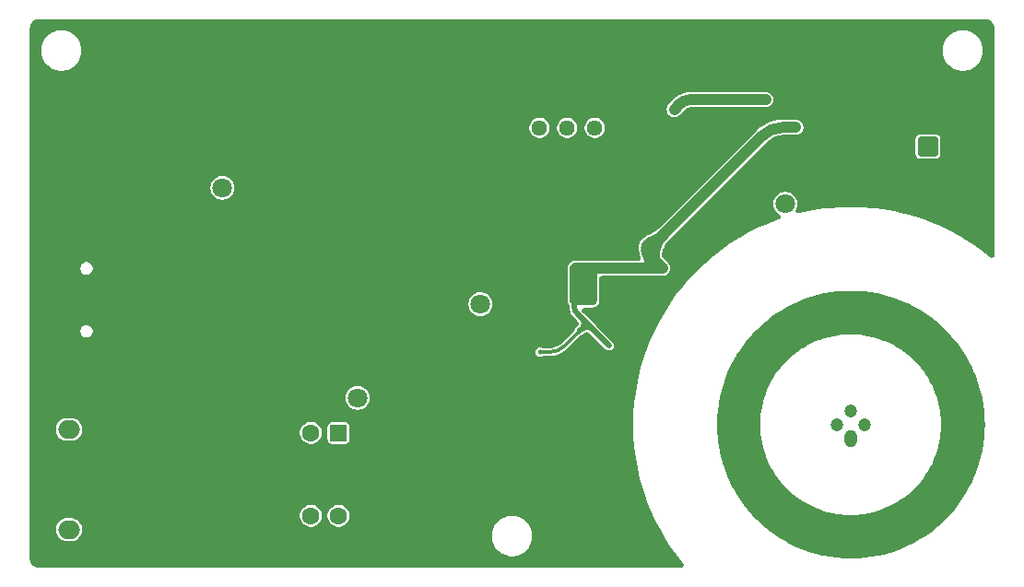
<source format=gbr>
%TF.GenerationSoftware,KiCad,Pcbnew,9.0.2*%
%TF.CreationDate,2025-08-30T01:58:34+06:00*%
%TF.ProjectId,lm399,6c6d3339-392e-46b6-9963-61645f706362,rev?*%
%TF.SameCoordinates,Original*%
%TF.FileFunction,Copper,L2,Bot*%
%TF.FilePolarity,Positive*%
%FSLAX46Y46*%
G04 Gerber Fmt 4.6, Leading zero omitted, Abs format (unit mm)*
G04 Created by KiCad (PCBNEW 9.0.2) date 2025-08-30 01:58:34*
%MOMM*%
%LPD*%
G01*
G04 APERTURE LIST*
G04 Aperture macros list*
%AMRoundRect*
0 Rectangle with rounded corners*
0 $1 Rounding radius*
0 $2 $3 $4 $5 $6 $7 $8 $9 X,Y pos of 4 corners*
0 Add a 4 corners polygon primitive as box body*
4,1,4,$2,$3,$4,$5,$6,$7,$8,$9,$2,$3,0*
0 Add four circle primitives for the rounded corners*
1,1,$1+$1,$2,$3*
1,1,$1+$1,$4,$5*
1,1,$1+$1,$6,$7*
1,1,$1+$1,$8,$9*
0 Add four rect primitives between the rounded corners*
20,1,$1+$1,$2,$3,$4,$5,0*
20,1,$1+$1,$4,$5,$6,$7,0*
20,1,$1+$1,$6,$7,$8,$9,0*
20,1,$1+$1,$8,$9,$2,$3,0*%
G04 Aperture macros list end*
%TA.AperFunction,ComponentPad*%
%ADD10C,1.800000*%
%TD*%
%TA.AperFunction,HeatsinkPad*%
%ADD11C,0.500000*%
%TD*%
%TA.AperFunction,HeatsinkPad*%
%ADD12R,1.600000X1.600000*%
%TD*%
%TA.AperFunction,ComponentPad*%
%ADD13O,1.200000X1.600000*%
%TD*%
%TA.AperFunction,ComponentPad*%
%ADD14C,1.200000*%
%TD*%
%TA.AperFunction,HeatsinkPad*%
%ADD15R,1.600000X1.800000*%
%TD*%
%TA.AperFunction,SMDPad,CuDef*%
%ADD16RoundRect,0.250000X1.600000X-0.425000X1.600000X0.425000X-1.600000X0.425000X-1.600000X-0.425000X0*%
%TD*%
%TA.AperFunction,HeatsinkPad*%
%ADD17O,2.100000X1.000000*%
%TD*%
%TA.AperFunction,HeatsinkPad*%
%ADD18O,1.600000X1.000000*%
%TD*%
%TA.AperFunction,ComponentPad*%
%ADD19RoundRect,0.250000X0.675000X-0.675000X0.675000X0.675000X-0.675000X0.675000X-0.675000X-0.675000X0*%
%TD*%
%TA.AperFunction,ComponentPad*%
%ADD20C,1.850000*%
%TD*%
%TA.AperFunction,ComponentPad*%
%ADD21RoundRect,0.250000X-0.550000X0.550000X-0.550000X-0.550000X0.550000X-0.550000X0.550000X0.550000X0*%
%TD*%
%TA.AperFunction,ComponentPad*%
%ADD22C,1.600000*%
%TD*%
%TA.AperFunction,ComponentPad*%
%ADD23C,1.440000*%
%TD*%
%TA.AperFunction,ComponentPad*%
%ADD24RoundRect,0.250000X-0.750000X0.600000X-0.750000X-0.600000X0.750000X-0.600000X0.750000X0.600000X0*%
%TD*%
%TA.AperFunction,ComponentPad*%
%ADD25O,2.000000X1.700000*%
%TD*%
%TA.AperFunction,ViaPad*%
%ADD26C,0.600000*%
%TD*%
%TA.AperFunction,ViaPad*%
%ADD27C,0.450000*%
%TD*%
%TA.AperFunction,Conductor*%
%ADD28C,1.000000*%
%TD*%
%TA.AperFunction,Conductor*%
%ADD29C,0.300000*%
%TD*%
%TA.AperFunction,Conductor*%
%ADD30C,0.500000*%
%TD*%
G04 APERTURE END LIST*
D10*
%TO.P,TP3,1,1*%
%TO.N,+16V*%
X80800000Y-65150000D03*
%TD*%
D11*
%TO.P,U3,17,VSS*%
%TO.N,GND*%
X58962500Y-76100000D03*
X59962500Y-76100000D03*
D12*
X59462500Y-75600000D03*
D11*
X58962500Y-75100000D03*
X59962500Y-75100000D03*
%TD*%
D10*
%TO.P,TP5,1,1*%
%TO.N,Net-(U5-+)*%
X108800707Y-55950000D03*
%TD*%
%TO.P,TP2,1,1*%
%TO.N,Net-(D3-K)*%
X57100000Y-54450000D03*
%TD*%
D13*
%TO.P,U4,1*%
%TO.N,Net-(U5-+)*%
X114800000Y-77490000D03*
D14*
%TO.P,U4,2*%
%TO.N,GND*%
X116070000Y-76220000D03*
%TO.P,U4,3*%
%TO.N,+15V*%
X114800000Y-74950000D03*
%TO.P,U4,4*%
%TO.N,GND*%
X113530000Y-76220000D03*
%TD*%
D11*
%TO.P,U2,11,GND*%
%TO.N,GND*%
X87080000Y-65920000D03*
X87080000Y-67120000D03*
D15*
X87580000Y-66520000D03*
D11*
X88080000Y-65920000D03*
X88080000Y-67120000D03*
%TD*%
D16*
%TO.P,J3,2,Ext*%
%TO.N,GND*%
X125850000Y-50525000D03*
X125850000Y-56175000D03*
%TD*%
D17*
%TO.P,J1,S1,SHIELD*%
%TO.N,GND*%
X45105000Y-60430000D03*
D18*
X40925000Y-60430000D03*
D17*
X45105000Y-69070000D03*
D18*
X40925000Y-69070000D03*
%TD*%
D10*
%TO.P,TP4,1,1*%
%TO.N,+15V*%
X96400000Y-59950000D03*
%TD*%
D19*
%TO.P,J4,1,Pin_1*%
%TO.N,+10V*%
X121900000Y-50650000D03*
D20*
%TO.P,J4,2,Pin_2*%
%TO.N,GND*%
X121900000Y-46450000D03*
%TD*%
D10*
%TO.P,TP1,1,1*%
%TO.N,VDD*%
X69500000Y-73750000D03*
%TD*%
D21*
%TO.P,SW1,1*%
%TO.N,VDD*%
X67757500Y-76982500D03*
D22*
%TO.P,SW1,2*%
X65217500Y-76982500D03*
%TO.P,SW1,3*%
%TO.N,Net-(U3-EN2)*%
X65217500Y-84602500D03*
%TO.P,SW1,4*%
%TO.N,Net-(U3-EN1)*%
X67757500Y-84602500D03*
%TD*%
D23*
%TO.P,RV1,1,1*%
%TO.N,Net-(JP3-A)*%
X86220000Y-48950000D03*
%TO.P,RV1,2,2*%
X88760000Y-48950000D03*
%TO.P,RV1,3,3*%
%TO.N,Net-(JP4-B)*%
X91300000Y-48950000D03*
%TD*%
D24*
%TO.P,J2,1,Pin_1*%
%TO.N,GND*%
X43000000Y-74150000D03*
D25*
%TO.P,J2,2,Pin_2*%
%TO.N,Net-(D2-A)*%
X43000000Y-76650000D03*
%TD*%
D24*
%TO.P,J5,1,Pin_1*%
%TO.N,GND*%
X43000000Y-83350000D03*
D25*
%TO.P,J5,2,Pin_2*%
%TO.N,+BATT*%
X43000000Y-85850000D03*
%TD*%
D26*
%TO.N,GND*%
X59925000Y-56325000D03*
X81100000Y-74450000D03*
X83200000Y-62050000D03*
X61350000Y-58800000D03*
D27*
X100050000Y-58400000D03*
D26*
X51466637Y-83616637D03*
X88150000Y-71950000D03*
X57700000Y-69850000D03*
D27*
X89800000Y-53550000D03*
D26*
X55450000Y-70900000D03*
D27*
X117200000Y-48950000D03*
D26*
X61800000Y-74850000D03*
X108300000Y-47650000D03*
D27*
X96700000Y-63950000D03*
D26*
X60300000Y-60850000D03*
D27*
X86200000Y-55650000D03*
X113595000Y-54655000D03*
X97900000Y-63950000D03*
D26*
X108300000Y-50150000D03*
D27*
X89800000Y-55500000D03*
D26*
X61350000Y-80500000D03*
X125850000Y-57400000D03*
D27*
X112225000Y-55425000D03*
X60400000Y-77750000D03*
X112800000Y-46150000D03*
D26*
X55025000Y-76025000D03*
D27*
X97550000Y-55900000D03*
D26*
X50266726Y-82550000D03*
X50525000Y-66050000D03*
X46800000Y-67950000D03*
X57300000Y-81150000D03*
X46800000Y-61550000D03*
X55850000Y-66800000D03*
X84600000Y-74200000D03*
X125850000Y-49450000D03*
D27*
X89900000Y-57450000D03*
D26*
X59925000Y-53775000D03*
X50525000Y-63950000D03*
D27*
X86600000Y-63750000D03*
%TO.N,+15V*%
X89400000Y-62750000D03*
X92600000Y-68950000D03*
X86250000Y-69550000D03*
X89400000Y-63750000D03*
X96400000Y-61850000D03*
X97500000Y-61850000D03*
X109750000Y-48900000D03*
X89400000Y-64850000D03*
X90200000Y-64850000D03*
%TO.N,Net-(U5--)*%
X98600000Y-47250000D03*
X107000000Y-46350000D03*
%TD*%
D28*
%TO.N,+15V*%
X96400000Y-60350000D02*
G75*
G03*
X96682839Y-61032845I965700J0D01*
G01*
X96400000Y-60350000D02*
G75*
G02*
X96682839Y-59667154I965700J0D01*
G01*
X96400000Y-60350000D02*
X96400000Y-60350000D01*
X96400000Y-60350000D02*
G75*
G02*
X96682839Y-59667154I965700J0D01*
G01*
X97500000Y-61850000D02*
X96682842Y-61032842D01*
D29*
X86250000Y-69550000D02*
X87100000Y-69550000D01*
D30*
X89400000Y-64850000D02*
X89400000Y-65300000D01*
D29*
X89987500Y-67512500D02*
X88551040Y-68948959D01*
D28*
X96400000Y-60350000D02*
X96400000Y-61850000D01*
X108600000Y-48900000D02*
X109750000Y-48900000D01*
D30*
X92600000Y-68950000D02*
X91162500Y-67512500D01*
X89987500Y-66337500D02*
X89718198Y-66068198D01*
X89987500Y-66337500D02*
X91162500Y-67512500D01*
D28*
X96682842Y-59667157D02*
X106636827Y-49713172D01*
D29*
X89987500Y-66337500D02*
G75*
G02*
X89987500Y-67512500I-587500J-587500D01*
G01*
D28*
X106636827Y-49713172D02*
G75*
G02*
X108600000Y-48899986I1963173J-1963128D01*
G01*
D29*
X88551040Y-68948959D02*
G75*
G02*
X87100000Y-69549994I-1451040J1451059D01*
G01*
D30*
X89400000Y-65300000D02*
G75*
G03*
X89718197Y-66068199I1086400J0D01*
G01*
X91162500Y-67512500D02*
G75*
G03*
X89987500Y-67512500I-587500J-587498D01*
G01*
D28*
%TO.N,Net-(U5--)*%
X99050000Y-46800000D02*
X98600000Y-47250000D01*
X100136396Y-46350000D02*
X107000000Y-46350000D01*
X100136396Y-46350000D02*
G75*
G03*
X99050001Y-46800001I4J-1536400D01*
G01*
%TD*%
%TA.AperFunction,NonConductor*%
G36*
X115433258Y-63930905D02*
G01*
X115445531Y-63931514D01*
X116039099Y-63975674D01*
X116051251Y-63976880D01*
X116639750Y-64049979D01*
X116651845Y-64051785D01*
X117234298Y-64153413D01*
X117246235Y-64155798D01*
X117821680Y-64285552D01*
X117833490Y-64288520D01*
X118400913Y-64445982D01*
X118412502Y-64449504D01*
X118970980Y-64634285D01*
X118982387Y-64638371D01*
X119530862Y-64850041D01*
X119542035Y-64854669D01*
X120079523Y-65092819D01*
X120090469Y-65097991D01*
X120616058Y-65362246D01*
X120626729Y-65367943D01*
X120689846Y-65403639D01*
X121139299Y-65657828D01*
X121149751Y-65664081D01*
X121648384Y-65979221D01*
X121658539Y-65985993D01*
X122142239Y-66325972D01*
X122152078Y-66333255D01*
X122619889Y-66697688D01*
X122629386Y-66705471D01*
X123080273Y-67093910D01*
X123089399Y-67102173D01*
X123522446Y-67514273D01*
X123531171Y-67522998D01*
X123943255Y-67956029D01*
X123951525Y-67965161D01*
X124050348Y-68079871D01*
X124315500Y-68387650D01*
X124339982Y-68416067D01*
X124347765Y-68425565D01*
X124712192Y-68893370D01*
X124719474Y-68903208D01*
X125059448Y-69386899D01*
X125066221Y-69397056D01*
X125381363Y-69895694D01*
X125387616Y-69906144D01*
X125640433Y-70353170D01*
X125677496Y-70418703D01*
X125683206Y-70429401D01*
X125947446Y-70954958D01*
X125952626Y-70965921D01*
X126190766Y-71503386D01*
X126195413Y-71514604D01*
X126407076Y-72063060D01*
X126411171Y-72074495D01*
X126595927Y-72632895D01*
X126599464Y-72644528D01*
X126756928Y-73211955D01*
X126759897Y-73223768D01*
X126889645Y-73799190D01*
X126892037Y-73811160D01*
X126993662Y-74393587D01*
X126995469Y-74405693D01*
X127068565Y-74994155D01*
X127069778Y-75006374D01*
X127113936Y-75599891D01*
X127114546Y-75612197D01*
X127129356Y-76209792D01*
X127129356Y-76222131D01*
X127114544Y-76819731D01*
X127113934Y-76832036D01*
X127069776Y-77425556D01*
X127068563Y-77437775D01*
X126995466Y-78026240D01*
X126993659Y-78038346D01*
X126892034Y-78620770D01*
X126889642Y-78632741D01*
X126759890Y-79208175D01*
X126756921Y-79219987D01*
X126599458Y-79787410D01*
X126595921Y-79799043D01*
X126411164Y-80357443D01*
X126407069Y-80368878D01*
X126195405Y-80917335D01*
X126190758Y-80928553D01*
X125952617Y-81466018D01*
X125947427Y-81477000D01*
X125683216Y-82002500D01*
X125677491Y-82013227D01*
X125387601Y-82525804D01*
X125381348Y-82536255D01*
X125066210Y-83034883D01*
X125059437Y-83045039D01*
X124719453Y-83528744D01*
X124712170Y-83538582D01*
X124347762Y-84006360D01*
X124339980Y-84015858D01*
X123951511Y-84466777D01*
X123943241Y-84475909D01*
X123531155Y-84908940D01*
X123522430Y-84917665D01*
X123089389Y-85329758D01*
X123080256Y-85338028D01*
X122629368Y-85726467D01*
X122619870Y-85734250D01*
X122152058Y-86098682D01*
X122142221Y-86105964D01*
X121658522Y-86445943D01*
X121648365Y-86452716D01*
X121149731Y-86767855D01*
X121139280Y-86774108D01*
X120626728Y-87063982D01*
X120616001Y-87069708D01*
X120090485Y-87333926D01*
X120079503Y-87339116D01*
X119542019Y-87577262D01*
X119530802Y-87581908D01*
X118982381Y-87793557D01*
X118970945Y-87797653D01*
X118412509Y-87982420D01*
X118400876Y-87985956D01*
X117833472Y-88143412D01*
X117821660Y-88146381D01*
X117246228Y-88276131D01*
X117234257Y-88278523D01*
X116651835Y-88380145D01*
X116639729Y-88381952D01*
X116051268Y-88455047D01*
X116039049Y-88456260D01*
X115445531Y-88500416D01*
X115433225Y-88501026D01*
X114835684Y-88515833D01*
X114823212Y-88515829D01*
X114202837Y-88500117D01*
X114190252Y-88499480D01*
X113578164Y-88452913D01*
X113565656Y-88451643D01*
X112962551Y-88374984D01*
X112950168Y-88373091D01*
X112863062Y-88357532D01*
X112356812Y-88267106D01*
X112344591Y-88264606D01*
X111761642Y-88130041D01*
X111749620Y-88126948D01*
X111177875Y-87964570D01*
X111166087Y-87960904D01*
X110606266Y-87771462D01*
X110594739Y-87767242D01*
X110047598Y-87551491D01*
X110036358Y-87546738D01*
X109502610Y-87305417D01*
X109491677Y-87300149D01*
X108972116Y-87034027D01*
X108961507Y-87028264D01*
X108456902Y-86738103D01*
X108446635Y-86731865D01*
X108000665Y-86445943D01*
X107957688Y-86418389D01*
X107947785Y-86411699D01*
X107475297Y-86075688D01*
X107465746Y-86068545D01*
X107010479Y-85710758D01*
X107001303Y-85703185D01*
X106564016Y-85324380D01*
X106555225Y-85316390D01*
X106136672Y-84917320D01*
X106128276Y-84908924D01*
X105987869Y-84761650D01*
X105729197Y-84490328D01*
X105721239Y-84481570D01*
X105342447Y-84044261D01*
X105334874Y-84035085D01*
X104977095Y-83579789D01*
X104969953Y-83570238D01*
X104805902Y-83339535D01*
X104633955Y-83097727D01*
X104627266Y-83087824D01*
X104313813Y-82598866D01*
X104307600Y-82588640D01*
X104017439Y-82083984D01*
X104011678Y-82073376D01*
X103745573Y-81553796D01*
X103740305Y-81542862D01*
X103710530Y-81477000D01*
X103499015Y-81009125D01*
X103494264Y-80997889D01*
X103462504Y-80917335D01*
X103278524Y-80450707D01*
X103274327Y-80439241D01*
X103084891Y-79879362D01*
X103081226Y-79867574D01*
X103053259Y-79769083D01*
X102918869Y-79295814D01*
X102915780Y-79283801D01*
X102901052Y-79219987D01*
X102781243Y-78700863D01*
X102778743Y-78688641D01*
X102672781Y-78095265D01*
X102670889Y-78082879D01*
X102639981Y-77839637D01*
X102594251Y-77479744D01*
X102592987Y-77467285D01*
X102546442Y-76855168D01*
X102545808Y-76842625D01*
X102530124Y-76222298D01*
X102530124Y-76220387D01*
X106501293Y-76220387D01*
X106501293Y-76220388D01*
X106511290Y-76627639D01*
X106511292Y-76627668D01*
X106541256Y-77033898D01*
X106541259Y-77033924D01*
X106591127Y-77438248D01*
X106591130Y-77438269D01*
X106660771Y-77839615D01*
X106660773Y-77839624D01*
X106750033Y-78237118D01*
X106750036Y-78237131D01*
X106857871Y-78626796D01*
X106858689Y-78629750D01*
X106986478Y-79016573D01*
X107045421Y-79169378D01*
X107133095Y-79396666D01*
X107298176Y-79769083D01*
X107298181Y-79769094D01*
X107298182Y-79769095D01*
X107481347Y-80132980D01*
X107682146Y-80487440D01*
X107900096Y-80831620D01*
X108134671Y-81164692D01*
X108385307Y-81485852D01*
X108651399Y-81794327D01*
X108932307Y-82089374D01*
X109227354Y-82370282D01*
X109535829Y-82636374D01*
X109856989Y-82887010D01*
X110190061Y-83121585D01*
X110534241Y-83339535D01*
X110888701Y-83540334D01*
X111252586Y-83723499D01*
X111252594Y-83723502D01*
X111252597Y-83723504D01*
X111625014Y-83888585D01*
X111625021Y-83888588D01*
X112005108Y-84035203D01*
X112391931Y-84162992D01*
X112784558Y-84271647D01*
X113182044Y-84360905D01*
X113182056Y-84360907D01*
X113182065Y-84360909D01*
X113583411Y-84430550D01*
X113583426Y-84430552D01*
X113583431Y-84430553D01*
X113987751Y-84480421D01*
X113987764Y-84480422D01*
X113987782Y-84480424D01*
X114221838Y-84497688D01*
X114394032Y-84510390D01*
X114801293Y-84520388D01*
X115208554Y-84510390D01*
X115404950Y-84495902D01*
X115614803Y-84480424D01*
X115614818Y-84480422D01*
X115614835Y-84480421D01*
X116019155Y-84430553D01*
X116019164Y-84430551D01*
X116019174Y-84430550D01*
X116420520Y-84360909D01*
X116420523Y-84360908D01*
X116420542Y-84360905D01*
X116818028Y-84271647D01*
X117210655Y-84162992D01*
X117597478Y-84035203D01*
X117977565Y-83888588D01*
X118350000Y-83723499D01*
X118713885Y-83540334D01*
X119068345Y-83339535D01*
X119412525Y-83121585D01*
X119745597Y-82887010D01*
X120066757Y-82636374D01*
X120375232Y-82370282D01*
X120670279Y-82089374D01*
X120951187Y-81794327D01*
X121217279Y-81485852D01*
X121467915Y-81164692D01*
X121702490Y-80831620D01*
X121920440Y-80487440D01*
X122121239Y-80132980D01*
X122304404Y-79769095D01*
X122469493Y-79396660D01*
X122616108Y-79016573D01*
X122743897Y-78629750D01*
X122852552Y-78237123D01*
X122941810Y-77839637D01*
X123011458Y-77438250D01*
X123061326Y-77033930D01*
X123061327Y-77033913D01*
X123061329Y-77033898D01*
X123077126Y-76819731D01*
X123091295Y-76627649D01*
X123101293Y-76220388D01*
X123091295Y-75813127D01*
X123074322Y-75583027D01*
X123061329Y-75406877D01*
X123061326Y-75406851D01*
X123061326Y-75406846D01*
X123011458Y-75002526D01*
X123011064Y-75000256D01*
X122941814Y-74601160D01*
X122941812Y-74601151D01*
X122941810Y-74601139D01*
X122852552Y-74203653D01*
X122743897Y-73811026D01*
X122616108Y-73424203D01*
X122469493Y-73044116D01*
X122304404Y-72671681D01*
X122121239Y-72307796D01*
X121920440Y-71953336D01*
X121702490Y-71609156D01*
X121467915Y-71276084D01*
X121217279Y-70954924D01*
X120951187Y-70646449D01*
X120670279Y-70351402D01*
X120375232Y-70070494D01*
X120066757Y-69804402D01*
X119745597Y-69553766D01*
X119412525Y-69319191D01*
X119068345Y-69101241D01*
X118713885Y-68900442D01*
X118350000Y-68717277D01*
X118349999Y-68717276D01*
X118349988Y-68717271D01*
X117977571Y-68552190D01*
X117867509Y-68509735D01*
X117597478Y-68405573D01*
X117210655Y-68277784D01*
X117210649Y-68277782D01*
X117210642Y-68277780D01*
X116818036Y-68169131D01*
X116818031Y-68169129D01*
X116818028Y-68169129D01*
X116420542Y-68079871D01*
X116420543Y-68079871D01*
X116420529Y-68079868D01*
X116420520Y-68079866D01*
X116019174Y-68010225D01*
X116019153Y-68010222D01*
X115614829Y-67960354D01*
X115614803Y-67960351D01*
X115208573Y-67930387D01*
X115208544Y-67930385D01*
X114801293Y-67920388D01*
X114394041Y-67930385D01*
X114394012Y-67930387D01*
X113987782Y-67960351D01*
X113987756Y-67960354D01*
X113583432Y-68010222D01*
X113583411Y-68010225D01*
X113182065Y-68079866D01*
X113182056Y-68079868D01*
X112784562Y-68169128D01*
X112784549Y-68169131D01*
X112391943Y-68277780D01*
X112391931Y-68277784D01*
X112005108Y-68405573D01*
X111870092Y-68457654D01*
X111625014Y-68552190D01*
X111252597Y-68717271D01*
X110888700Y-68900442D01*
X110534236Y-69101244D01*
X110190065Y-69319188D01*
X109856992Y-69553763D01*
X109856966Y-69553783D01*
X109535829Y-69804401D01*
X109227374Y-70070476D01*
X109227355Y-70070493D01*
X108932307Y-70351402D01*
X108651398Y-70646450D01*
X108651381Y-70646469D01*
X108385306Y-70954924D01*
X108134688Y-71276061D01*
X108134668Y-71276087D01*
X107900093Y-71609160D01*
X107682149Y-71953331D01*
X107481347Y-72307795D01*
X107298176Y-72671692D01*
X107133095Y-73044109D01*
X106986478Y-73424204D01*
X106858685Y-73811038D01*
X106750036Y-74203644D01*
X106750033Y-74203657D01*
X106660773Y-74601151D01*
X106660771Y-74601160D01*
X106591130Y-75002506D01*
X106591127Y-75002527D01*
X106541259Y-75406851D01*
X106541256Y-75406877D01*
X106511292Y-75813107D01*
X106511290Y-75813136D01*
X106501293Y-76220387D01*
X102530124Y-76220387D01*
X102530124Y-76209669D01*
X102540150Y-75813127D01*
X102545809Y-75589306D01*
X102546443Y-75576771D01*
X102592989Y-74964646D01*
X102594253Y-74952187D01*
X102670892Y-74349048D01*
X102672784Y-74336664D01*
X102696536Y-74203657D01*
X102778748Y-73743276D01*
X102781247Y-73731062D01*
X102915789Y-73148104D01*
X102918871Y-73136119D01*
X103081235Y-72564336D01*
X103084897Y-72552559D01*
X103171815Y-72295672D01*
X103274333Y-71992679D01*
X103278530Y-71981213D01*
X103494279Y-71434011D01*
X103499017Y-71422807D01*
X103740322Y-70889037D01*
X103745572Y-70878138D01*
X104011690Y-70358530D01*
X104017448Y-70347931D01*
X104307610Y-69843272D01*
X104313822Y-69833047D01*
X104627298Y-69344057D01*
X104633953Y-69334205D01*
X104969978Y-68861655D01*
X104977093Y-68852141D01*
X105334899Y-68396810D01*
X105342446Y-68387665D01*
X105721271Y-67950320D01*
X105729192Y-67941603D01*
X106128316Y-67522959D01*
X106136659Y-67514616D01*
X106555259Y-67115503D01*
X106564020Y-67107541D01*
X106575107Y-67097937D01*
X107001346Y-66728703D01*
X107010462Y-66721179D01*
X107465788Y-66363347D01*
X107475296Y-66356237D01*
X107947818Y-66020202D01*
X107957695Y-66013529D01*
X108446663Y-65700041D01*
X108456893Y-65693824D01*
X108961574Y-65403623D01*
X108972142Y-65397883D01*
X109491708Y-65131760D01*
X109502627Y-65126498D01*
X110036405Y-64885165D01*
X110047596Y-64880433D01*
X110594771Y-64664670D01*
X110606250Y-64660466D01*
X111166150Y-64470999D01*
X111177902Y-64467345D01*
X111749660Y-64304964D01*
X111761646Y-64301880D01*
X112344637Y-64167307D01*
X112356795Y-64164819D01*
X112950253Y-64058818D01*
X112962557Y-64056939D01*
X113565699Y-63980275D01*
X113578188Y-63979007D01*
X114190293Y-63932440D01*
X114202866Y-63931804D01*
X114823100Y-63916097D01*
X114835529Y-63916094D01*
X115433258Y-63930905D01*
G37*
%TD.AperFunction*%
%TA.AperFunction,Conductor*%
%TO.N,+15V*%
G36*
X97494443Y-61354836D02*
G01*
X97510601Y-61355906D01*
X97615140Y-61369732D01*
X97646387Y-61378123D01*
X97736215Y-61415382D01*
X97764229Y-61431572D01*
X97841362Y-61490803D01*
X97864234Y-61513689D01*
X97923416Y-61590858D01*
X97939588Y-61618881D01*
X97976790Y-61708732D01*
X97985162Y-61739987D01*
X97997852Y-61836402D01*
X97997852Y-61868765D01*
X97985167Y-61965138D01*
X97976788Y-61996408D01*
X97939592Y-62086209D01*
X97923409Y-62114241D01*
X97864239Y-62191357D01*
X97841348Y-62214248D01*
X97764237Y-62273418D01*
X97736204Y-62289604D01*
X97646398Y-62326804D01*
X97615130Y-62335182D01*
X97550640Y-62343672D01*
X97510636Y-62348939D01*
X97494452Y-62350000D01*
X91500000Y-62350000D01*
X91500000Y-64790242D01*
X91498473Y-64809641D01*
X91481047Y-64919659D01*
X91469059Y-64956554D01*
X91422973Y-65047004D01*
X91400169Y-65078391D01*
X91328391Y-65150169D01*
X91297004Y-65172973D01*
X91206554Y-65219059D01*
X91169659Y-65231047D01*
X91085405Y-65244392D01*
X91059639Y-65248473D01*
X91040243Y-65250000D01*
X90600000Y-65250000D01*
X89508126Y-65250000D01*
X89491941Y-65248939D01*
X89478917Y-65247224D01*
X89386775Y-65235093D01*
X89355508Y-65226715D01*
X89265081Y-65189259D01*
X89237048Y-65173074D01*
X89159398Y-65113491D01*
X89136508Y-65090601D01*
X89116482Y-65064503D01*
X89076925Y-65012951D01*
X89060740Y-64984918D01*
X89023284Y-64894491D01*
X89014906Y-64863223D01*
X89001061Y-64758059D01*
X89000000Y-64741874D01*
X89000000Y-61857740D01*
X89001062Y-61841549D01*
X89014918Y-61736343D01*
X89023301Y-61705066D01*
X89060790Y-61614603D01*
X89076987Y-61586565D01*
X89136617Y-61508897D01*
X89159520Y-61486007D01*
X89237230Y-61426425D01*
X89265280Y-61410248D01*
X89282934Y-61402945D01*
X89355765Y-61372820D01*
X89387041Y-61364457D01*
X89492270Y-61350667D01*
X89508454Y-61349617D01*
X97494443Y-61354836D01*
G37*
%TD.AperFunction*%
%TD*%
%TA.AperFunction,Conductor*%
%TO.N,GND*%
G36*
X127212173Y-38951698D02*
G01*
X127331569Y-38963458D01*
X127379443Y-38972981D01*
X127482487Y-39004239D01*
X127527579Y-39022916D01*
X127622556Y-39073683D01*
X127663133Y-39100796D01*
X127704755Y-39134954D01*
X127746374Y-39169110D01*
X127780889Y-39203625D01*
X127849201Y-39286863D01*
X127876318Y-39327445D01*
X127925578Y-39419604D01*
X127927081Y-39422416D01*
X127945760Y-39467512D01*
X127977018Y-39570556D01*
X127986541Y-39618429D01*
X127998301Y-39737824D01*
X127999500Y-39762232D01*
X127999500Y-39789881D01*
X127999713Y-60627995D01*
X127980760Y-60723284D01*
X127926784Y-60804066D01*
X127846004Y-60858043D01*
X127750716Y-60876998D01*
X127655427Y-60858045D01*
X127588196Y-60816649D01*
X127504671Y-60744694D01*
X126728277Y-60139893D01*
X126728274Y-60139891D01*
X125925506Y-59575672D01*
X125925495Y-59575665D01*
X125925474Y-59575650D01*
X125301826Y-59181518D01*
X125097908Y-59052646D01*
X124427270Y-58673385D01*
X124247216Y-58571560D01*
X123375040Y-58133073D01*
X122835872Y-57894194D01*
X122483016Y-57737861D01*
X121572803Y-57386612D01*
X120811045Y-57134594D01*
X120645998Y-57079990D01*
X120645992Y-57079988D01*
X120645988Y-57079987D01*
X120249144Y-56969873D01*
X119704277Y-56818686D01*
X118749269Y-56603374D01*
X118749259Y-56603372D01*
X118749249Y-56603370D01*
X117782629Y-56434738D01*
X117782630Y-56434738D01*
X117782612Y-56434735D01*
X117782597Y-56434733D01*
X117782583Y-56434731D01*
X117180869Y-56360007D01*
X116805947Y-56313447D01*
X116805940Y-56313446D01*
X116805908Y-56313443D01*
X115820929Y-56240190D01*
X115820906Y-56240189D01*
X114829315Y-56215646D01*
X114829313Y-56215646D01*
X114829312Y-56215646D01*
X114531836Y-56223021D01*
X113837721Y-56240231D01*
X113837695Y-56240233D01*
X112852752Y-56313525D01*
X112852718Y-56313528D01*
X112378432Y-56372447D01*
X111876067Y-56434854D01*
X111876061Y-56434854D01*
X111876061Y-56434855D01*
X111876013Y-56434862D01*
X110909457Y-56603524D01*
X110909448Y-56603525D01*
X110063657Y-56794247D01*
X109966533Y-56796718D01*
X109875857Y-56761833D01*
X109805433Y-56694904D01*
X109765983Y-56606119D01*
X109763512Y-56508995D01*
X109787024Y-56438302D01*
X109788777Y-56434862D01*
X109820580Y-56372445D01*
X109874109Y-56207701D01*
X109901207Y-56036611D01*
X109901207Y-55863389D01*
X109874109Y-55692299D01*
X109820580Y-55527555D01*
X109741939Y-55373212D01*
X109741937Y-55373209D01*
X109741936Y-55373207D01*
X109640125Y-55233077D01*
X109640123Y-55233075D01*
X109640121Y-55233072D01*
X109517635Y-55110586D01*
X109517631Y-55110583D01*
X109517629Y-55110581D01*
X109377499Y-55008770D01*
X109223150Y-54930126D01*
X109223144Y-54930124D01*
X109128902Y-54899503D01*
X109058408Y-54876598D01*
X109058406Y-54876597D01*
X109058404Y-54876597D01*
X108887328Y-54849501D01*
X108887321Y-54849500D01*
X108887318Y-54849500D01*
X108714096Y-54849500D01*
X108714093Y-54849500D01*
X108714085Y-54849501D01*
X108543009Y-54876597D01*
X108378269Y-54930124D01*
X108378263Y-54930126D01*
X108223914Y-55008770D01*
X108083784Y-55110581D01*
X107961288Y-55233077D01*
X107859477Y-55373207D01*
X107780833Y-55527556D01*
X107780831Y-55527562D01*
X107727304Y-55692302D01*
X107700208Y-55863378D01*
X107700207Y-55863393D01*
X107700207Y-56036606D01*
X107700208Y-56036621D01*
X107727304Y-56207697D01*
X107727305Y-56207701D01*
X107750210Y-56278195D01*
X107780831Y-56372437D01*
X107780833Y-56372443D01*
X107859477Y-56526792D01*
X107961288Y-56666922D01*
X107961290Y-56666924D01*
X107961293Y-56666928D01*
X108083779Y-56789414D01*
X108083782Y-56789416D01*
X108083784Y-56789418D01*
X108195402Y-56870513D01*
X108223919Y-56891232D01*
X108227785Y-56893201D01*
X108230058Y-56894993D01*
X108232252Y-56896338D01*
X108232092Y-56896597D01*
X108304083Y-56953347D01*
X108351557Y-57038113D01*
X108362979Y-57134594D01*
X108336609Y-57228102D01*
X108276463Y-57304401D01*
X108192966Y-57351459D01*
X108086024Y-57386844D01*
X108085986Y-57386857D01*
X107175788Y-57738138D01*
X106283794Y-58133373D01*
X106283784Y-58133378D01*
X105411677Y-58571868D01*
X105411662Y-58571876D01*
X105411651Y-58571882D01*
X104617050Y-59021283D01*
X104560991Y-59052988D01*
X104560965Y-59053003D01*
X103733487Y-59575990D01*
X103733444Y-59576018D01*
X102930679Y-60140274D01*
X102154312Y-60745092D01*
X101405990Y-61389789D01*
X100687367Y-62073670D01*
X100687331Y-62073706D01*
X100003470Y-62792345D01*
X100003468Y-62792347D01*
X99358790Y-63540685D01*
X98753996Y-64317062D01*
X98753988Y-64317073D01*
X98189762Y-65119838D01*
X98189740Y-65119871D01*
X97666745Y-65947409D01*
X97185657Y-66798088D01*
X96747174Y-67670238D01*
X96351963Y-68562239D01*
X96000711Y-69472432D01*
X96000700Y-69472461D01*
X95694085Y-70399210D01*
X95694081Y-70399224D01*
X95432763Y-71340951D01*
X95217454Y-72295895D01*
X95048803Y-73262542D01*
X95048797Y-73262583D01*
X94927502Y-74239187D01*
X94927501Y-74239203D01*
X94854230Y-75224221D01*
X94831241Y-76152402D01*
X94829666Y-76215975D01*
X94829666Y-76215980D01*
X94855688Y-77245104D01*
X94855690Y-77245145D01*
X94932919Y-78260782D01*
X95060105Y-79261686D01*
X95060106Y-79261693D01*
X95235978Y-80246520D01*
X95235983Y-80246545D01*
X95459297Y-81214120D01*
X95459299Y-81214128D01*
X95459303Y-81214143D01*
X95728804Y-82163196D01*
X95998229Y-82959459D01*
X96043228Y-83092448D01*
X96043238Y-83092477D01*
X96387153Y-83964721D01*
X96401327Y-84000670D01*
X96459159Y-84128591D01*
X96801839Y-84886586D01*
X97184537Y-85633796D01*
X97242278Y-85746535D01*
X97243495Y-85748910D01*
X97243505Y-85748930D01*
X97725066Y-86586450D01*
X97725068Y-86586452D01*
X98245252Y-87397867D01*
X98245276Y-87397903D01*
X98802861Y-88182008D01*
X98802866Y-88182015D01*
X99092043Y-88550000D01*
X99332473Y-88855955D01*
X99396587Y-88937541D01*
X99398480Y-88939835D01*
X99398070Y-88940173D01*
X99444598Y-89021935D01*
X99456677Y-89118336D01*
X99430947Y-89212022D01*
X99371322Y-89288729D01*
X99286882Y-89336781D01*
X99208317Y-89349500D01*
X40212232Y-89349500D01*
X40187828Y-89348301D01*
X40154309Y-89344999D01*
X40068429Y-89336541D01*
X40020556Y-89327018D01*
X39917512Y-89295760D01*
X39872416Y-89277081D01*
X39869604Y-89275578D01*
X39777445Y-89226318D01*
X39736863Y-89199201D01*
X39653625Y-89130889D01*
X39619110Y-89096374D01*
X39550798Y-89013136D01*
X39523683Y-88972556D01*
X39472916Y-88877579D01*
X39454239Y-88832487D01*
X39422981Y-88729443D01*
X39413458Y-88681567D01*
X39401699Y-88562172D01*
X39400500Y-88537767D01*
X39400500Y-85746536D01*
X41799500Y-85746536D01*
X41799500Y-85953463D01*
X41839870Y-86156421D01*
X41919056Y-86347593D01*
X41919062Y-86347603D01*
X42034018Y-86519649D01*
X42034020Y-86519651D01*
X42034023Y-86519655D01*
X42180345Y-86665977D01*
X42180348Y-86665979D01*
X42180350Y-86665981D01*
X42352396Y-86780937D01*
X42352402Y-86780941D01*
X42352404Y-86780941D01*
X42352406Y-86780943D01*
X42479854Y-86833733D01*
X42543580Y-86860130D01*
X42746535Y-86900500D01*
X42746537Y-86900500D01*
X43253463Y-86900500D01*
X43253465Y-86900500D01*
X43456420Y-86860130D01*
X43647598Y-86780941D01*
X43819655Y-86665977D01*
X43965977Y-86519655D01*
X44080941Y-86347598D01*
X44088764Y-86328712D01*
X81849500Y-86328712D01*
X81849500Y-86571288D01*
X81851496Y-86586450D01*
X81881162Y-86811790D01*
X81881163Y-86811795D01*
X81943940Y-87046082D01*
X81943948Y-87046105D01*
X82036770Y-87270201D01*
X82036778Y-87270217D01*
X82158058Y-87480279D01*
X82158064Y-87480289D01*
X82305729Y-87672731D01*
X82305738Y-87672741D01*
X82477258Y-87844261D01*
X82477268Y-87844270D01*
X82598491Y-87937287D01*
X82669711Y-87991936D01*
X82669720Y-87991941D01*
X82879782Y-88113221D01*
X82879798Y-88113229D01*
X83019858Y-88171242D01*
X83103900Y-88206054D01*
X83103911Y-88206057D01*
X83103917Y-88206059D01*
X83287021Y-88255121D01*
X83338211Y-88268838D01*
X83578712Y-88300500D01*
X83821288Y-88300500D01*
X84061789Y-88268838D01*
X84223275Y-88225567D01*
X84296082Y-88206059D01*
X84296084Y-88206058D01*
X84296100Y-88206054D01*
X84447766Y-88143231D01*
X84520201Y-88113229D01*
X84520206Y-88113226D01*
X84520212Y-88113224D01*
X84730289Y-87991936D01*
X84922738Y-87844265D01*
X85094265Y-87672738D01*
X85241936Y-87480289D01*
X85363224Y-87270212D01*
X85456054Y-87046100D01*
X85518838Y-86811789D01*
X85550500Y-86571288D01*
X85550500Y-86328712D01*
X85518838Y-86088211D01*
X85456054Y-85853900D01*
X85412566Y-85748910D01*
X85363229Y-85629798D01*
X85363221Y-85629782D01*
X85241941Y-85419720D01*
X85241935Y-85419710D01*
X85094270Y-85227268D01*
X85094261Y-85227258D01*
X84922741Y-85055738D01*
X84922731Y-85055729D01*
X84730289Y-84908064D01*
X84730279Y-84908058D01*
X84520217Y-84786778D01*
X84520201Y-84786770D01*
X84296105Y-84693948D01*
X84296103Y-84693947D01*
X84296100Y-84693946D01*
X84296096Y-84693945D01*
X84296082Y-84693940D01*
X84061795Y-84631163D01*
X84061790Y-84631162D01*
X83821288Y-84599500D01*
X83578712Y-84599500D01*
X83338209Y-84631162D01*
X83338204Y-84631163D01*
X83103917Y-84693940D01*
X83103894Y-84693948D01*
X82879798Y-84786770D01*
X82879782Y-84786778D01*
X82669720Y-84908058D01*
X82669710Y-84908064D01*
X82477268Y-85055729D01*
X82477258Y-85055738D01*
X82305738Y-85227258D01*
X82305729Y-85227268D01*
X82158064Y-85419710D01*
X82158058Y-85419720D01*
X82036778Y-85629782D01*
X82036770Y-85629798D01*
X81943948Y-85853894D01*
X81943940Y-85853917D01*
X81881163Y-86088204D01*
X81881162Y-86088209D01*
X81881162Y-86088211D01*
X81849500Y-86328712D01*
X44088764Y-86328712D01*
X44160130Y-86156420D01*
X44200500Y-85953465D01*
X44200500Y-85746535D01*
X44160130Y-85543580D01*
X44108825Y-85419720D01*
X44080943Y-85352406D01*
X44080937Y-85352396D01*
X43965981Y-85180350D01*
X43965979Y-85180348D01*
X43965977Y-85180345D01*
X43819655Y-85034023D01*
X43819651Y-85034020D01*
X43819649Y-85034018D01*
X43647603Y-84919062D01*
X43647593Y-84919056D01*
X43456421Y-84839870D01*
X43388768Y-84826413D01*
X43253465Y-84799500D01*
X42746535Y-84799500D01*
X42645057Y-84819685D01*
X42543578Y-84839870D01*
X42352406Y-84919056D01*
X42352396Y-84919062D01*
X42180350Y-85034018D01*
X42034018Y-85180350D01*
X41919062Y-85352396D01*
X41919056Y-85352406D01*
X41839870Y-85543578D01*
X41799500Y-85746536D01*
X39400500Y-85746536D01*
X39400500Y-84503954D01*
X64217000Y-84503954D01*
X64217000Y-84701045D01*
X64255447Y-84894330D01*
X64255449Y-84894335D01*
X64330865Y-85076408D01*
X64330869Y-85076415D01*
X64431658Y-85227258D01*
X64440361Y-85240282D01*
X64579718Y-85379639D01*
X64743586Y-85489132D01*
X64925665Y-85564551D01*
X64925667Y-85564551D01*
X64925669Y-85564552D01*
X65113953Y-85602004D01*
X65118959Y-85603000D01*
X65316041Y-85603000D01*
X65509335Y-85564551D01*
X65691414Y-85489132D01*
X65855282Y-85379639D01*
X65994639Y-85240282D01*
X66104132Y-85076414D01*
X66179551Y-84894335D01*
X66218000Y-84701041D01*
X66218000Y-84503959D01*
X66217999Y-84503954D01*
X66757000Y-84503954D01*
X66757000Y-84701045D01*
X66795447Y-84894330D01*
X66795449Y-84894335D01*
X66870865Y-85076408D01*
X66870869Y-85076415D01*
X66971658Y-85227258D01*
X66980361Y-85240282D01*
X67119718Y-85379639D01*
X67283586Y-85489132D01*
X67465665Y-85564551D01*
X67465667Y-85564551D01*
X67465669Y-85564552D01*
X67653953Y-85602004D01*
X67658959Y-85603000D01*
X67856041Y-85603000D01*
X68049335Y-85564551D01*
X68231414Y-85489132D01*
X68395282Y-85379639D01*
X68534639Y-85240282D01*
X68644132Y-85076414D01*
X68719551Y-84894335D01*
X68758000Y-84701041D01*
X68758000Y-84503959D01*
X68719551Y-84310665D01*
X68644132Y-84128586D01*
X68534639Y-83964718D01*
X68395282Y-83825361D01*
X68231414Y-83715868D01*
X68231411Y-83715866D01*
X68231408Y-83715865D01*
X68049335Y-83640449D01*
X68049330Y-83640447D01*
X67856045Y-83602000D01*
X67856041Y-83602000D01*
X67658959Y-83602000D01*
X67658954Y-83602000D01*
X67465669Y-83640447D01*
X67465664Y-83640449D01*
X67283591Y-83715865D01*
X67283584Y-83715869D01*
X67119721Y-83825358D01*
X66980358Y-83964721D01*
X66870869Y-84128584D01*
X66870865Y-84128591D01*
X66795449Y-84310664D01*
X66795447Y-84310669D01*
X66757000Y-84503954D01*
X66217999Y-84503954D01*
X66179551Y-84310665D01*
X66104132Y-84128586D01*
X65994639Y-83964718D01*
X65855282Y-83825361D01*
X65691414Y-83715868D01*
X65691411Y-83715866D01*
X65691408Y-83715865D01*
X65509335Y-83640449D01*
X65509330Y-83640447D01*
X65316045Y-83602000D01*
X65316041Y-83602000D01*
X65118959Y-83602000D01*
X65118954Y-83602000D01*
X64925669Y-83640447D01*
X64925664Y-83640449D01*
X64743591Y-83715865D01*
X64743584Y-83715869D01*
X64579721Y-83825358D01*
X64440358Y-83964721D01*
X64330869Y-84128584D01*
X64330865Y-84128591D01*
X64255449Y-84310664D01*
X64255447Y-84310669D01*
X64217000Y-84503954D01*
X39400500Y-84503954D01*
X39400500Y-76546536D01*
X41799500Y-76546536D01*
X41799500Y-76753463D01*
X41839870Y-76956421D01*
X41919056Y-77147593D01*
X41919062Y-77147603D01*
X42034018Y-77319649D01*
X42034020Y-77319651D01*
X42034023Y-77319655D01*
X42180345Y-77465977D01*
X42180348Y-77465979D01*
X42180350Y-77465981D01*
X42352396Y-77580937D01*
X42352402Y-77580941D01*
X42352404Y-77580941D01*
X42352406Y-77580943D01*
X42439926Y-77617195D01*
X42543580Y-77660130D01*
X42746535Y-77700500D01*
X42746537Y-77700500D01*
X43253463Y-77700500D01*
X43253465Y-77700500D01*
X43456420Y-77660130D01*
X43647598Y-77580941D01*
X43819655Y-77465977D01*
X43965977Y-77319655D01*
X44080941Y-77147598D01*
X44160130Y-76956420D01*
X44174544Y-76883954D01*
X64217000Y-76883954D01*
X64217000Y-77081045D01*
X64255447Y-77274330D01*
X64255449Y-77274335D01*
X64330865Y-77456408D01*
X64330866Y-77456411D01*
X64330868Y-77456414D01*
X64385990Y-77538910D01*
X64414075Y-77580943D01*
X64440361Y-77620282D01*
X64579718Y-77759639D01*
X64743586Y-77869132D01*
X64925665Y-77944551D01*
X64925667Y-77944551D01*
X64925669Y-77944552D01*
X65104611Y-77980146D01*
X65118959Y-77983000D01*
X65316041Y-77983000D01*
X65509335Y-77944551D01*
X65691414Y-77869132D01*
X65855282Y-77759639D01*
X65994639Y-77620282D01*
X66104132Y-77456414D01*
X66179551Y-77274335D01*
X66218000Y-77081041D01*
X66218000Y-76883959D01*
X66192043Y-76753464D01*
X66179552Y-76690669D01*
X66179551Y-76690667D01*
X66179551Y-76690665D01*
X66104132Y-76508586D01*
X66017028Y-76378226D01*
X66757000Y-76378226D01*
X66757000Y-77586773D01*
X66759853Y-77617195D01*
X66759853Y-77617197D01*
X66759854Y-77617199D01*
X66804707Y-77745382D01*
X66885350Y-77854650D01*
X66994618Y-77935293D01*
X67122801Y-77980146D01*
X67153227Y-77982999D01*
X67153229Y-77983000D01*
X67153234Y-77983000D01*
X68361771Y-77983000D01*
X68361772Y-77982999D01*
X68392199Y-77980146D01*
X68520382Y-77935293D01*
X68629650Y-77854650D01*
X68710293Y-77745382D01*
X68755146Y-77617199D01*
X68758000Y-77586766D01*
X68758000Y-76378234D01*
X68755146Y-76347801D01*
X68710293Y-76219618D01*
X68629650Y-76110350D01*
X68520382Y-76029707D01*
X68520380Y-76029706D01*
X68465398Y-76010467D01*
X68392199Y-75984854D01*
X68392197Y-75984853D01*
X68392195Y-75984853D01*
X68361773Y-75982000D01*
X68361766Y-75982000D01*
X67153234Y-75982000D01*
X67153226Y-75982000D01*
X67122804Y-75984853D01*
X66994619Y-76029706D01*
X66994616Y-76029708D01*
X66885353Y-76110347D01*
X66885347Y-76110353D01*
X66804708Y-76219616D01*
X66804706Y-76219619D01*
X66759853Y-76347804D01*
X66757000Y-76378226D01*
X66017028Y-76378226D01*
X65994639Y-76344718D01*
X65855282Y-76205361D01*
X65691414Y-76095868D01*
X65691411Y-76095866D01*
X65691408Y-76095865D01*
X65509335Y-76020449D01*
X65509330Y-76020447D01*
X65316045Y-75982000D01*
X65316041Y-75982000D01*
X65118959Y-75982000D01*
X65118954Y-75982000D01*
X64925669Y-76020447D01*
X64925664Y-76020449D01*
X64743591Y-76095865D01*
X64743584Y-76095869D01*
X64579721Y-76205358D01*
X64440358Y-76344721D01*
X64330869Y-76508584D01*
X64330865Y-76508591D01*
X64255449Y-76690664D01*
X64255447Y-76690669D01*
X64217000Y-76883954D01*
X44174544Y-76883954D01*
X44200500Y-76753465D01*
X44200500Y-76546535D01*
X44160130Y-76343580D01*
X44133733Y-76279854D01*
X44080943Y-76152406D01*
X44080937Y-76152396D01*
X43965981Y-75980350D01*
X43965979Y-75980348D01*
X43965977Y-75980345D01*
X43819655Y-75834023D01*
X43819651Y-75834020D01*
X43819649Y-75834018D01*
X43647603Y-75719062D01*
X43647593Y-75719056D01*
X43456421Y-75639870D01*
X43388768Y-75626413D01*
X43253465Y-75599500D01*
X42746535Y-75599500D01*
X42645057Y-75619685D01*
X42543578Y-75639870D01*
X42352406Y-75719056D01*
X42352396Y-75719062D01*
X42180350Y-75834018D01*
X42034018Y-75980350D01*
X41919062Y-76152396D01*
X41919056Y-76152406D01*
X41839870Y-76343578D01*
X41832978Y-76378229D01*
X41807048Y-76508591D01*
X41799500Y-76546536D01*
X39400500Y-76546536D01*
X39400500Y-73663393D01*
X68399500Y-73663393D01*
X68399500Y-73836606D01*
X68399501Y-73836621D01*
X68426597Y-74007697D01*
X68480124Y-74172437D01*
X68480126Y-74172443D01*
X68558770Y-74326792D01*
X68660581Y-74466922D01*
X68660583Y-74466924D01*
X68660586Y-74466928D01*
X68783072Y-74589414D01*
X68783075Y-74589416D01*
X68783077Y-74589418D01*
X68923207Y-74691229D01*
X68923209Y-74691230D01*
X68923212Y-74691232D01*
X69077555Y-74769873D01*
X69242299Y-74823402D01*
X69413389Y-74850500D01*
X69413393Y-74850500D01*
X69586607Y-74850500D01*
X69586611Y-74850500D01*
X69757701Y-74823402D01*
X69922445Y-74769873D01*
X70076788Y-74691232D01*
X70216928Y-74589414D01*
X70339414Y-74466928D01*
X70441232Y-74326788D01*
X70519873Y-74172445D01*
X70573402Y-74007701D01*
X70600500Y-73836611D01*
X70600500Y-73663389D01*
X70573402Y-73492299D01*
X70519873Y-73327555D01*
X70441232Y-73173212D01*
X70441230Y-73173209D01*
X70441229Y-73173207D01*
X70339418Y-73033077D01*
X70339416Y-73033075D01*
X70339414Y-73033072D01*
X70216928Y-72910586D01*
X70216924Y-72910583D01*
X70216922Y-72910581D01*
X70076792Y-72808770D01*
X69922443Y-72730126D01*
X69922437Y-72730124D01*
X69828195Y-72699503D01*
X69757701Y-72676598D01*
X69757699Y-72676597D01*
X69757697Y-72676597D01*
X69586621Y-72649501D01*
X69586614Y-72649500D01*
X69586611Y-72649500D01*
X69413389Y-72649500D01*
X69413386Y-72649500D01*
X69413378Y-72649501D01*
X69242302Y-72676597D01*
X69077562Y-72730124D01*
X69077556Y-72730126D01*
X68923207Y-72808770D01*
X68783077Y-72910581D01*
X68660581Y-73033077D01*
X68558770Y-73173207D01*
X68480126Y-73327556D01*
X68480124Y-73327562D01*
X68426597Y-73492302D01*
X68399501Y-73663378D01*
X68399500Y-73663393D01*
X39400500Y-73663393D01*
X39400500Y-69493981D01*
X85824500Y-69493981D01*
X85824500Y-69606018D01*
X85853496Y-69714236D01*
X85857463Y-69721107D01*
X85909515Y-69811263D01*
X85988737Y-69890485D01*
X86085763Y-69946503D01*
X86193982Y-69975500D01*
X86306014Y-69975500D01*
X86306018Y-69975500D01*
X86306561Y-69975354D01*
X86316487Y-69972912D01*
X86337965Y-69968095D01*
X86354684Y-69967356D01*
X86495794Y-69932736D01*
X86557778Y-69917994D01*
X86600226Y-69911702D01*
X86697190Y-69905790D01*
X86697195Y-69905789D01*
X86697198Y-69905789D01*
X86697200Y-69905788D01*
X86708348Y-69904087D01*
X86708549Y-69905407D01*
X86748902Y-69900500D01*
X87162486Y-69900500D01*
X87162592Y-69900493D01*
X87234924Y-69900493D01*
X87234926Y-69900493D01*
X87234928Y-69900492D01*
X87234940Y-69900492D01*
X87340640Y-69888582D01*
X87503080Y-69870280D01*
X87606162Y-69846752D01*
X87766155Y-69810236D01*
X87766157Y-69810234D01*
X87766166Y-69810233D01*
X88020874Y-69721107D01*
X88264002Y-69604024D01*
X88492492Y-69460456D01*
X88703472Y-69292207D01*
X88766248Y-69229430D01*
X88766252Y-69229429D01*
X88798879Y-69196802D01*
X88838134Y-69157548D01*
X88838134Y-69157547D01*
X88873130Y-69122552D01*
X88873147Y-69122532D01*
X89850026Y-68145653D01*
X89863776Y-68132904D01*
X89879470Y-68119413D01*
X89890316Y-68112852D01*
X89940874Y-68066634D01*
X89943746Y-68064167D01*
X89945618Y-68063110D01*
X89961964Y-68049925D01*
X89975173Y-68040554D01*
X90004122Y-68022852D01*
X90049842Y-67999018D01*
X90052718Y-67997546D01*
X90122044Y-67962680D01*
X90129248Y-67958876D01*
X90130068Y-67958422D01*
X90137270Y-67954241D01*
X90222738Y-67902289D01*
X90226004Y-67900262D01*
X90226389Y-67900018D01*
X90226392Y-67900014D01*
X90226395Y-67900013D01*
X90231814Y-67895735D01*
X90246212Y-67883323D01*
X90264114Y-67872989D01*
X90301036Y-67836066D01*
X90308007Y-67830058D01*
X90310249Y-67828788D01*
X90318992Y-67821121D01*
X90358822Y-67790558D01*
X90415107Y-67758062D01*
X90446274Y-67745152D01*
X90509049Y-67728331D01*
X90542505Y-67723927D01*
X90607502Y-67723927D01*
X90621340Y-67725749D01*
X90640945Y-67728331D01*
X90703727Y-67745153D01*
X90734888Y-67758061D01*
X90791182Y-67790562D01*
X90830999Y-67821115D01*
X90855486Y-67842589D01*
X92323386Y-69310489D01*
X92426113Y-69369799D01*
X92483402Y-69385149D01*
X92540690Y-69400499D01*
X92540691Y-69400499D01*
X92659309Y-69400499D01*
X92773887Y-69369799D01*
X92876614Y-69310489D01*
X92960489Y-69226614D01*
X93019799Y-69123887D01*
X93050499Y-69009309D01*
X93050499Y-68890691D01*
X93041454Y-68856935D01*
X93019799Y-68776114D01*
X93019799Y-68776113D01*
X92960489Y-68673386D01*
X91439114Y-67152011D01*
X91409744Y-67122641D01*
X90264114Y-65977011D01*
X90167673Y-65880570D01*
X90113697Y-65799788D01*
X90094743Y-65704500D01*
X90113697Y-65609212D01*
X90167673Y-65528430D01*
X90248455Y-65474454D01*
X90343743Y-65455500D01*
X91040243Y-65455500D01*
X91056372Y-65454866D01*
X91066070Y-65454102D01*
X91075756Y-65453340D01*
X91075757Y-65453339D01*
X91075768Y-65453339D01*
X91091787Y-65451443D01*
X91201807Y-65434017D01*
X91233162Y-65426489D01*
X91270057Y-65414501D01*
X91299848Y-65402161D01*
X91390298Y-65356075D01*
X91417794Y-65339226D01*
X91449181Y-65316422D01*
X91473701Y-65295479D01*
X91545479Y-65223701D01*
X91566422Y-65199181D01*
X91589226Y-65167794D01*
X91606075Y-65140298D01*
X91652161Y-65049848D01*
X91664501Y-65020057D01*
X91676489Y-64983162D01*
X91684017Y-64951808D01*
X91701443Y-64841790D01*
X91703339Y-64825767D01*
X91704866Y-64806368D01*
X91705500Y-64790242D01*
X91705500Y-62804500D01*
X91724454Y-62709212D01*
X91778430Y-62628430D01*
X91859212Y-62574454D01*
X91954500Y-62555500D01*
X97494437Y-62555500D01*
X97494452Y-62555500D01*
X97507895Y-62555060D01*
X97524079Y-62553999D01*
X97537459Y-62552681D01*
X97554025Y-62550500D01*
X97568994Y-62550500D01*
X97598292Y-62544672D01*
X97641953Y-62538924D01*
X97658768Y-62535579D01*
X97668287Y-62533686D01*
X97668291Y-62533684D01*
X97668316Y-62533680D01*
X97699584Y-62525302D01*
X97725041Y-62516660D01*
X97773937Y-62496405D01*
X97814841Y-62479463D01*
X97838961Y-62467568D01*
X97866985Y-62451387D01*
X97866984Y-62451387D01*
X97866992Y-62451383D01*
X97889338Y-62436451D01*
X97930826Y-62404615D01*
X97946543Y-62394114D01*
X97953241Y-62387415D01*
X97966198Y-62377472D01*
X97966208Y-62377468D01*
X97966233Y-62377446D01*
X97966449Y-62377281D01*
X97986658Y-62359558D01*
X98009549Y-62336667D01*
X98027276Y-62316453D01*
X98027451Y-62316225D01*
X98027467Y-62316205D01*
X98037410Y-62303245D01*
X98044114Y-62296543D01*
X98054635Y-62280795D01*
X98059601Y-62274324D01*
X98059605Y-62274318D01*
X98086439Y-62239346D01*
X98086438Y-62239346D01*
X98086446Y-62239337D01*
X98101381Y-62216985D01*
X98117554Y-62188971D01*
X98117556Y-62188968D01*
X98117559Y-62188960D01*
X98117564Y-62188953D01*
X98129450Y-62164849D01*
X98166646Y-62075048D01*
X98175285Y-62049597D01*
X98183664Y-62018327D01*
X98188910Y-61991955D01*
X98194627Y-61948516D01*
X98200500Y-61918994D01*
X98200500Y-61903901D01*
X98201595Y-61895582D01*
X98203352Y-61868765D01*
X98203352Y-61836402D01*
X98203352Y-61836394D01*
X98201930Y-61814706D01*
X98201595Y-61809586D01*
X98200500Y-61801266D01*
X98200500Y-61781006D01*
X98192617Y-61741380D01*
X98188905Y-61713171D01*
X98188177Y-61709512D01*
X98183670Y-61686846D01*
X98183669Y-61686844D01*
X98183664Y-61686816D01*
X98178384Y-61667107D01*
X98174689Y-61651251D01*
X98173579Y-61645669D01*
X98120776Y-61518191D01*
X98120770Y-61518181D01*
X98110412Y-61502678D01*
X98105870Y-61495881D01*
X98101404Y-61488142D01*
X98086483Y-61465800D01*
X98080949Y-61458585D01*
X98076436Y-61451830D01*
X98044113Y-61403456D01*
X98013200Y-61372543D01*
X98009589Y-61368423D01*
X97986717Y-61345537D01*
X97982446Y-61341789D01*
X97670367Y-61029710D01*
X97645910Y-60998631D01*
X97645030Y-60999296D01*
X97637658Y-60989524D01*
X97579382Y-60926271D01*
X97563862Y-60907689D01*
X97530724Y-60863843D01*
X97514932Y-60840263D01*
X97499651Y-60814365D01*
X97485376Y-60786236D01*
X97484669Y-60784593D01*
X97469699Y-60737250D01*
X97466775Y-60723284D01*
X97461982Y-60700389D01*
X97456841Y-60640942D01*
X97459219Y-60570778D01*
X97461957Y-60541453D01*
X97462502Y-60537904D01*
X97478390Y-60434365D01*
X97478455Y-60433942D01*
X97498773Y-60305069D01*
X97499462Y-60300224D01*
X97521112Y-60228359D01*
X97540858Y-60186837D01*
X97653190Y-59950626D01*
X97654872Y-59947000D01*
X97655060Y-59946584D01*
X97656681Y-59942902D01*
X97677501Y-59894317D01*
X97678827Y-59891282D01*
X97745925Y-59740518D01*
X97755380Y-59721505D01*
X97827239Y-59591265D01*
X97844140Y-59564749D01*
X97952671Y-59416116D01*
X97970325Y-59394581D01*
X98118579Y-59233077D01*
X98157917Y-59190223D01*
X98157918Y-59190221D01*
X98157925Y-59190214D01*
X98157930Y-59190205D01*
X98164919Y-59181009D01*
X98165589Y-59181518D01*
X98190470Y-59150184D01*
X107127242Y-50213413D01*
X107137372Y-50203838D01*
X107295313Y-50062690D01*
X107317135Y-50045286D01*
X107484188Y-49926754D01*
X107493781Y-49920726D01*
X120774500Y-49920726D01*
X120774500Y-51379273D01*
X120777353Y-51409695D01*
X120777353Y-51409697D01*
X120777354Y-51409699D01*
X120822207Y-51537882D01*
X120902850Y-51647150D01*
X121012118Y-51727793D01*
X121140301Y-51772646D01*
X121170727Y-51775499D01*
X121170729Y-51775500D01*
X121170734Y-51775500D01*
X122629271Y-51775500D01*
X122629272Y-51775499D01*
X122659699Y-51772646D01*
X122787882Y-51727793D01*
X122897150Y-51647150D01*
X122977793Y-51537882D01*
X123022646Y-51409699D01*
X123025500Y-51379266D01*
X123025500Y-49920734D01*
X123022646Y-49890301D01*
X122977793Y-49762118D01*
X122897150Y-49652850D01*
X122896720Y-49652533D01*
X122843885Y-49613539D01*
X122787882Y-49572207D01*
X122787880Y-49572206D01*
X122686651Y-49536785D01*
X122659699Y-49527354D01*
X122659697Y-49527353D01*
X122659695Y-49527353D01*
X122629273Y-49524500D01*
X122629266Y-49524500D01*
X121170734Y-49524500D01*
X121170726Y-49524500D01*
X121140304Y-49527353D01*
X121012119Y-49572206D01*
X121012116Y-49572208D01*
X120902853Y-49652847D01*
X120902847Y-49652853D01*
X120822208Y-49762116D01*
X120822206Y-49762119D01*
X120777353Y-49890304D01*
X120774500Y-49920726D01*
X107493781Y-49920726D01*
X107507814Y-49911908D01*
X107687093Y-49812822D01*
X107712251Y-49800708D01*
X107901474Y-49722328D01*
X107927820Y-49713108D01*
X108124656Y-49656400D01*
X108151846Y-49650194D01*
X108353809Y-49615878D01*
X108381535Y-49612755D01*
X108575708Y-49601850D01*
X108592772Y-49600892D01*
X108606733Y-49600500D01*
X109818993Y-49600500D01*
X109886660Y-49587040D01*
X109954324Y-49573581D01*
X109954325Y-49573580D01*
X109954328Y-49573580D01*
X110081811Y-49520775D01*
X110196542Y-49444114D01*
X110294114Y-49346542D01*
X110370775Y-49231811D01*
X110423580Y-49104328D01*
X110425023Y-49097077D01*
X110450499Y-48968997D01*
X110450500Y-48968992D01*
X110450500Y-48831007D01*
X110450499Y-48831002D01*
X110423581Y-48695675D01*
X110423580Y-48695672D01*
X110417710Y-48681500D01*
X110370775Y-48568189D01*
X110294114Y-48453458D01*
X110196542Y-48355886D01*
X110196538Y-48355883D01*
X110081812Y-48279225D01*
X110081809Y-48279224D01*
X110044470Y-48263758D01*
X109954327Y-48226419D01*
X109954324Y-48226418D01*
X109818997Y-48199500D01*
X109818993Y-48199500D01*
X108703153Y-48199500D01*
X108703083Y-48199486D01*
X108600000Y-48199486D01*
X108429193Y-48199486D01*
X108363218Y-48205984D01*
X108089229Y-48232970D01*
X108089224Y-48232970D01*
X108089223Y-48232971D01*
X107754172Y-48299617D01*
X107754171Y-48299617D01*
X107427263Y-48398785D01*
X107427257Y-48398787D01*
X107111662Y-48529514D01*
X106810381Y-48690555D01*
X106526337Y-48880350D01*
X106262278Y-49097063D01*
X106262262Y-49097077D01*
X106141493Y-49217848D01*
X106141493Y-49217849D01*
X97196672Y-58162668D01*
X97188919Y-58170093D01*
X97172569Y-58185090D01*
X97157033Y-58194930D01*
X97030744Y-58315183D01*
X97029040Y-58316747D01*
X97028611Y-58317007D01*
X97021584Y-58323317D01*
X96917440Y-58411459D01*
X96903998Y-58422065D01*
X96819968Y-58483796D01*
X96804770Y-58494119D01*
X96736455Y-58536929D01*
X96714380Y-58549248D01*
X96530382Y-58640002D01*
X96518618Y-58645429D01*
X96458330Y-58671359D01*
X96455555Y-58672577D01*
X96455287Y-58672696D01*
X96453906Y-58673323D01*
X96178527Y-58799485D01*
X96171917Y-58802657D01*
X96171174Y-58803031D01*
X96164609Y-58806478D01*
X95997682Y-58897996D01*
X95992394Y-58900998D01*
X95991788Y-58901354D01*
X95986631Y-58904489D01*
X95800823Y-59021283D01*
X95798443Y-59022802D01*
X95798179Y-59022973D01*
X95798177Y-59022974D01*
X95798175Y-59022976D01*
X95798174Y-59022976D01*
X95796016Y-59025102D01*
X95767691Y-59049103D01*
X95683075Y-59110583D01*
X95560581Y-59233077D01*
X95458770Y-59373207D01*
X95380126Y-59527556D01*
X95380124Y-59527562D01*
X95326597Y-59692302D01*
X95299501Y-59863378D01*
X95299500Y-59863393D01*
X95299500Y-60036610D01*
X95317543Y-60150538D01*
X95320340Y-60177948D01*
X95320752Y-60186831D01*
X95320752Y-60186837D01*
X95405219Y-60528104D01*
X95407902Y-60537904D01*
X95408225Y-60538978D01*
X95408233Y-60539004D01*
X95409036Y-60541453D01*
X95411412Y-60548701D01*
X95506235Y-60815493D01*
X95520287Y-60911627D01*
X95496480Y-61005820D01*
X95438440Y-61083733D01*
X95355002Y-61133504D01*
X95271450Y-61147882D01*
X89508599Y-61144116D01*
X89495136Y-61144548D01*
X89478976Y-61145596D01*
X89465560Y-61146909D01*
X89360335Y-61160699D01*
X89333972Y-61165928D01*
X89333962Y-61165930D01*
X89318319Y-61170113D01*
X89302681Y-61174295D01*
X89302675Y-61174297D01*
X89302673Y-61174297D01*
X89277215Y-61182924D01*
X89277200Y-61182930D01*
X89186736Y-61220350D01*
X89186732Y-61220351D01*
X89162617Y-61232229D01*
X89134559Y-61248410D01*
X89112198Y-61263338D01*
X89112188Y-61263345D01*
X89034484Y-61322923D01*
X89014258Y-61340648D01*
X89014254Y-61340651D01*
X88991349Y-61363542D01*
X88991345Y-61363547D01*
X88973626Y-61383742D01*
X88973613Y-61383757D01*
X88914001Y-61461400D01*
X88913981Y-61461429D01*
X88899053Y-61483755D01*
X88899050Y-61483760D01*
X88882848Y-61511807D01*
X88882837Y-61511826D01*
X88870953Y-61535912D01*
X88870944Y-61535933D01*
X88833453Y-61626400D01*
X88833451Y-61626406D01*
X88824808Y-61651857D01*
X88824807Y-61651862D01*
X88816423Y-61683144D01*
X88811176Y-61709512D01*
X88811173Y-61709531D01*
X88797322Y-61814706D01*
X88796002Y-61828106D01*
X88794940Y-61844300D01*
X88794500Y-61857727D01*
X88794500Y-64741859D01*
X88794940Y-64755323D01*
X88796002Y-64771519D01*
X88797317Y-64784865D01*
X88811163Y-64890044D01*
X88811165Y-64890054D01*
X88816401Y-64916380D01*
X88816409Y-64916413D01*
X88824784Y-64947670D01*
X88824789Y-64947687D01*
X88833423Y-64973121D01*
X88833429Y-64973138D01*
X88870877Y-65063546D01*
X88870880Y-65063553D01*
X88870883Y-65063559D01*
X88882772Y-65087669D01*
X88882775Y-65087674D01*
X88898961Y-65115709D01*
X88907531Y-65128533D01*
X88916918Y-65151193D01*
X88930544Y-65171585D01*
X88935327Y-65195633D01*
X88944714Y-65218291D01*
X88949500Y-65266872D01*
X88949500Y-65359309D01*
X88949501Y-65359314D01*
X88949502Y-65376670D01*
X88949502Y-65400734D01*
X88975797Y-65600472D01*
X89027941Y-65795079D01*
X89105032Y-65981196D01*
X89105037Y-65981205D01*
X89105039Y-65981209D01*
X89168559Y-66091229D01*
X89205769Y-66155680D01*
X89205777Y-66155693D01*
X89328411Y-66315513D01*
X89328415Y-66315517D01*
X89349011Y-66336114D01*
X89349012Y-66336114D01*
X89349014Y-66336116D01*
X89349014Y-66336117D01*
X89622864Y-66609968D01*
X89632625Y-66620302D01*
X89635185Y-66623173D01*
X89635188Y-66623177D01*
X89703328Y-66699579D01*
X89703330Y-66699581D01*
X89703331Y-66699582D01*
X89721628Y-66717677D01*
X89723834Y-66719601D01*
X89734072Y-66727457D01*
X89798130Y-66800502D01*
X89829358Y-66892502D01*
X89823003Y-66989449D01*
X89780031Y-67076584D01*
X89734075Y-67122540D01*
X89723785Y-67130437D01*
X89723776Y-67130444D01*
X89721588Y-67132351D01*
X89721574Y-67132364D01*
X89703246Y-67150490D01*
X89636993Y-67224792D01*
X89636965Y-67224826D01*
X89635162Y-67226849D01*
X89630778Y-67232118D01*
X89627010Y-67235887D01*
X89625460Y-67238571D01*
X89625179Y-67238934D01*
X89623850Y-67240667D01*
X89623287Y-67241909D01*
X89622556Y-67242824D01*
X89618126Y-67250224D01*
X89601758Y-67272842D01*
X89601867Y-67272919D01*
X89594806Y-67282908D01*
X89511473Y-67429452D01*
X89508022Y-67435778D01*
X89507680Y-67436431D01*
X89504441Y-67442897D01*
X89504411Y-67442962D01*
X89504346Y-67443087D01*
X89503479Y-67444820D01*
X89503463Y-67444812D01*
X89498515Y-67454481D01*
X89474825Y-67497941D01*
X89445612Y-67540392D01*
X89381970Y-67614976D01*
X89375935Y-67623464D01*
X89349078Y-67655237D01*
X88308965Y-68695351D01*
X88297071Y-68706490D01*
X88148129Y-68837107D01*
X88122289Y-68856935D01*
X87964359Y-68962459D01*
X87936153Y-68978743D01*
X87765803Y-69062750D01*
X87735710Y-69075215D01*
X87555854Y-69136267D01*
X87524394Y-69144697D01*
X87338105Y-69181752D01*
X87305814Y-69186003D01*
X87208349Y-69192391D01*
X87108017Y-69198967D01*
X87091747Y-69199500D01*
X86744548Y-69199500D01*
X86727009Y-69198882D01*
X86706181Y-69197411D01*
X86692980Y-69194211D01*
X86615096Y-69190979D01*
X86611490Y-69190725D01*
X86609428Y-69190161D01*
X86587794Y-69187905D01*
X86559662Y-69183181D01*
X86536144Y-69178052D01*
X86501329Y-69168675D01*
X86498759Y-69168001D01*
X86498738Y-69167995D01*
X86496571Y-69167452D01*
X86354717Y-69132650D01*
X86354710Y-69132648D01*
X86354680Y-69132641D01*
X86352049Y-69132026D01*
X86350294Y-69131616D01*
X86349840Y-69131515D01*
X86337140Y-69130036D01*
X86337348Y-69128245D01*
X86322261Y-69126146D01*
X86322198Y-69126630D01*
X86306018Y-69124500D01*
X86193982Y-69124500D01*
X86085763Y-69153496D01*
X85988738Y-69209514D01*
X85909514Y-69288738D01*
X85853496Y-69385763D01*
X85824500Y-69493981D01*
X39400500Y-69493981D01*
X39400500Y-67564233D01*
X44029500Y-67564233D01*
X44029500Y-67715766D01*
X44068718Y-67862133D01*
X44144482Y-67993361D01*
X44144483Y-67993362D01*
X44144485Y-67993365D01*
X44251635Y-68100515D01*
X44382865Y-68176281D01*
X44529234Y-68215500D01*
X44680766Y-68215500D01*
X44827135Y-68176281D01*
X44958365Y-68100515D01*
X45065515Y-67993365D01*
X45141281Y-67862135D01*
X45180500Y-67715766D01*
X45180500Y-67564234D01*
X45141281Y-67417865D01*
X45065515Y-67286635D01*
X44958365Y-67179485D01*
X44958362Y-67179483D01*
X44958361Y-67179482D01*
X44876749Y-67132364D01*
X44827135Y-67103719D01*
X44827132Y-67103718D01*
X44827134Y-67103718D01*
X44680766Y-67064500D01*
X44529234Y-67064500D01*
X44382866Y-67103718D01*
X44251638Y-67179482D01*
X44144482Y-67286638D01*
X44068718Y-67417866D01*
X44029500Y-67564233D01*
X39400500Y-67564233D01*
X39400500Y-65063393D01*
X79699500Y-65063393D01*
X79699500Y-65236606D01*
X79699501Y-65236621D01*
X79726597Y-65407697D01*
X79726598Y-65407701D01*
X79740811Y-65451443D01*
X79780124Y-65572437D01*
X79780126Y-65572443D01*
X79858770Y-65726792D01*
X79960581Y-65866922D01*
X79960583Y-65866924D01*
X79960586Y-65866928D01*
X80083072Y-65989414D01*
X80083075Y-65989416D01*
X80083077Y-65989418D01*
X80223207Y-66091229D01*
X80223209Y-66091230D01*
X80223212Y-66091232D01*
X80377555Y-66169873D01*
X80542299Y-66223402D01*
X80713389Y-66250500D01*
X80713393Y-66250500D01*
X80886607Y-66250500D01*
X80886611Y-66250500D01*
X81057701Y-66223402D01*
X81222445Y-66169873D01*
X81376788Y-66091232D01*
X81516928Y-65989414D01*
X81639414Y-65866928D01*
X81741232Y-65726788D01*
X81819873Y-65572445D01*
X81873402Y-65407701D01*
X81900500Y-65236611D01*
X81900500Y-65063389D01*
X81873402Y-64892299D01*
X81819873Y-64727555D01*
X81741232Y-64573212D01*
X81741230Y-64573209D01*
X81741229Y-64573207D01*
X81639418Y-64433077D01*
X81639416Y-64433075D01*
X81639414Y-64433072D01*
X81516928Y-64310586D01*
X81516924Y-64310583D01*
X81516922Y-64310581D01*
X81376792Y-64208770D01*
X81222443Y-64130126D01*
X81222437Y-64130124D01*
X81128195Y-64099503D01*
X81057701Y-64076598D01*
X81057699Y-64076597D01*
X81057697Y-64076597D01*
X80886621Y-64049501D01*
X80886614Y-64049500D01*
X80886611Y-64049500D01*
X80713389Y-64049500D01*
X80713386Y-64049500D01*
X80713378Y-64049501D01*
X80542302Y-64076597D01*
X80377562Y-64130124D01*
X80377556Y-64130126D01*
X80223207Y-64208770D01*
X80083077Y-64310581D01*
X79960581Y-64433077D01*
X79858770Y-64573207D01*
X79780126Y-64727556D01*
X79780124Y-64727562D01*
X79726597Y-64892302D01*
X79699501Y-65063378D01*
X79699500Y-65063393D01*
X39400500Y-65063393D01*
X39400500Y-61784233D01*
X44029500Y-61784233D01*
X44029500Y-61935766D01*
X44068718Y-62082133D01*
X44144482Y-62213361D01*
X44144483Y-62213362D01*
X44144485Y-62213365D01*
X44251635Y-62320515D01*
X44382865Y-62396281D01*
X44529234Y-62435500D01*
X44680766Y-62435500D01*
X44827135Y-62396281D01*
X44958365Y-62320515D01*
X45065515Y-62213365D01*
X45141281Y-62082135D01*
X45180500Y-61935766D01*
X45180500Y-61784234D01*
X45169017Y-61741380D01*
X45141281Y-61637866D01*
X45141281Y-61637865D01*
X45065515Y-61506635D01*
X44958365Y-61399485D01*
X44958362Y-61399483D01*
X44958361Y-61399482D01*
X44894659Y-61362704D01*
X44827135Y-61323719D01*
X44827132Y-61323718D01*
X44827134Y-61323718D01*
X44680766Y-61284500D01*
X44529234Y-61284500D01*
X44382866Y-61323718D01*
X44251638Y-61399482D01*
X44144482Y-61506638D01*
X44068718Y-61637866D01*
X44029500Y-61784233D01*
X39400500Y-61784233D01*
X39400500Y-54363393D01*
X55999500Y-54363393D01*
X55999500Y-54536606D01*
X55999501Y-54536621D01*
X56026597Y-54707697D01*
X56080124Y-54872437D01*
X56080126Y-54872443D01*
X56158770Y-55026792D01*
X56260581Y-55166922D01*
X56260583Y-55166924D01*
X56260586Y-55166928D01*
X56383072Y-55289414D01*
X56383075Y-55289416D01*
X56383077Y-55289418D01*
X56523207Y-55391229D01*
X56523209Y-55391230D01*
X56523212Y-55391232D01*
X56677555Y-55469873D01*
X56842299Y-55523402D01*
X57013389Y-55550500D01*
X57013393Y-55550500D01*
X57186607Y-55550500D01*
X57186611Y-55550500D01*
X57357701Y-55523402D01*
X57522445Y-55469873D01*
X57676788Y-55391232D01*
X57816928Y-55289414D01*
X57939414Y-55166928D01*
X58041232Y-55026788D01*
X58119873Y-54872445D01*
X58173402Y-54707701D01*
X58200500Y-54536611D01*
X58200500Y-54363389D01*
X58173402Y-54192299D01*
X58119873Y-54027555D01*
X58041232Y-53873212D01*
X58041230Y-53873209D01*
X58041229Y-53873207D01*
X57939418Y-53733077D01*
X57939416Y-53733075D01*
X57939414Y-53733072D01*
X57816928Y-53610586D01*
X57816924Y-53610583D01*
X57816922Y-53610581D01*
X57676792Y-53508770D01*
X57522443Y-53430126D01*
X57522437Y-53430124D01*
X57428195Y-53399503D01*
X57357701Y-53376598D01*
X57357699Y-53376597D01*
X57357697Y-53376597D01*
X57186621Y-53349501D01*
X57186614Y-53349500D01*
X57186611Y-53349500D01*
X57013389Y-53349500D01*
X57013386Y-53349500D01*
X57013378Y-53349501D01*
X56842302Y-53376597D01*
X56677562Y-53430124D01*
X56677556Y-53430126D01*
X56523207Y-53508770D01*
X56383077Y-53610581D01*
X56260581Y-53733077D01*
X56158770Y-53873207D01*
X56080126Y-54027556D01*
X56080124Y-54027562D01*
X56026597Y-54192302D01*
X55999501Y-54363378D01*
X55999500Y-54363393D01*
X39400500Y-54363393D01*
X39400500Y-48859340D01*
X85299500Y-48859340D01*
X85299500Y-49040659D01*
X85334874Y-49218502D01*
X85404260Y-49386015D01*
X85404263Y-49386020D01*
X85498698Y-49527353D01*
X85505001Y-49536785D01*
X85633215Y-49664999D01*
X85783980Y-49765737D01*
X85783982Y-49765737D01*
X85783984Y-49765739D01*
X85951497Y-49835125D01*
X85951498Y-49835125D01*
X85951500Y-49835126D01*
X86129339Y-49870500D01*
X86129341Y-49870500D01*
X86310659Y-49870500D01*
X86310661Y-49870500D01*
X86488500Y-49835126D01*
X86656020Y-49765737D01*
X86806785Y-49664999D01*
X86934999Y-49536785D01*
X87035737Y-49386020D01*
X87105126Y-49218500D01*
X87140500Y-49040661D01*
X87140500Y-48859340D01*
X87839500Y-48859340D01*
X87839500Y-49040659D01*
X87874874Y-49218502D01*
X87944260Y-49386015D01*
X87944263Y-49386020D01*
X88038698Y-49527353D01*
X88045001Y-49536785D01*
X88173215Y-49664999D01*
X88323980Y-49765737D01*
X88323982Y-49765737D01*
X88323984Y-49765739D01*
X88491497Y-49835125D01*
X88491498Y-49835125D01*
X88491500Y-49835126D01*
X88669339Y-49870500D01*
X88669341Y-49870500D01*
X88850659Y-49870500D01*
X88850661Y-49870500D01*
X89028500Y-49835126D01*
X89196020Y-49765737D01*
X89346785Y-49664999D01*
X89474999Y-49536785D01*
X89575737Y-49386020D01*
X89645126Y-49218500D01*
X89680500Y-49040661D01*
X89680500Y-48859340D01*
X90379500Y-48859340D01*
X90379500Y-49040659D01*
X90414874Y-49218502D01*
X90484260Y-49386015D01*
X90484263Y-49386020D01*
X90578698Y-49527353D01*
X90585001Y-49536785D01*
X90713215Y-49664999D01*
X90863980Y-49765737D01*
X90863982Y-49765737D01*
X90863984Y-49765739D01*
X91031497Y-49835125D01*
X91031498Y-49835125D01*
X91031500Y-49835126D01*
X91209339Y-49870500D01*
X91209341Y-49870500D01*
X91390659Y-49870500D01*
X91390661Y-49870500D01*
X91568500Y-49835126D01*
X91736020Y-49765737D01*
X91886785Y-49664999D01*
X92014999Y-49536785D01*
X92115737Y-49386020D01*
X92185126Y-49218500D01*
X92220500Y-49040661D01*
X92220500Y-48859339D01*
X92185126Y-48681500D01*
X92138191Y-48568189D01*
X92115739Y-48513984D01*
X92115736Y-48513979D01*
X92015001Y-48363218D01*
X92014999Y-48363215D01*
X91886785Y-48235001D01*
X91883745Y-48232970D01*
X91736020Y-48134263D01*
X91736015Y-48134260D01*
X91568502Y-48064874D01*
X91479580Y-48047187D01*
X91390661Y-48029500D01*
X91209339Y-48029500D01*
X91138203Y-48043649D01*
X91031497Y-48064874D01*
X90863984Y-48134260D01*
X90863979Y-48134263D01*
X90713218Y-48234998D01*
X90584998Y-48363218D01*
X90484263Y-48513979D01*
X90484260Y-48513984D01*
X90414874Y-48681497D01*
X90379500Y-48859340D01*
X89680500Y-48859340D01*
X89680500Y-48859339D01*
X89645126Y-48681500D01*
X89598191Y-48568189D01*
X89575739Y-48513984D01*
X89575736Y-48513979D01*
X89475001Y-48363218D01*
X89474999Y-48363215D01*
X89346785Y-48235001D01*
X89343745Y-48232970D01*
X89196020Y-48134263D01*
X89196015Y-48134260D01*
X89028502Y-48064874D01*
X88939580Y-48047187D01*
X88850661Y-48029500D01*
X88669339Y-48029500D01*
X88598203Y-48043649D01*
X88491497Y-48064874D01*
X88323984Y-48134260D01*
X88323979Y-48134263D01*
X88173218Y-48234998D01*
X88044998Y-48363218D01*
X87944263Y-48513979D01*
X87944260Y-48513984D01*
X87874874Y-48681497D01*
X87839500Y-48859340D01*
X87140500Y-48859340D01*
X87140500Y-48859339D01*
X87105126Y-48681500D01*
X87058191Y-48568189D01*
X87035739Y-48513984D01*
X87035736Y-48513979D01*
X86935001Y-48363218D01*
X86934999Y-48363215D01*
X86806785Y-48235001D01*
X86803745Y-48232970D01*
X86656020Y-48134263D01*
X86656015Y-48134260D01*
X86488502Y-48064874D01*
X86399580Y-48047187D01*
X86310661Y-48029500D01*
X86129339Y-48029500D01*
X86058203Y-48043649D01*
X85951497Y-48064874D01*
X85783984Y-48134260D01*
X85783979Y-48134263D01*
X85633218Y-48234998D01*
X85504998Y-48363218D01*
X85404263Y-48513979D01*
X85404260Y-48513984D01*
X85334874Y-48681497D01*
X85299500Y-48859340D01*
X39400500Y-48859340D01*
X39400500Y-47181001D01*
X97899500Y-47181001D01*
X97899500Y-47318998D01*
X97926418Y-47454324D01*
X97926419Y-47454327D01*
X97979222Y-47581805D01*
X97979223Y-47581807D01*
X97979225Y-47581811D01*
X98055886Y-47696543D01*
X98153457Y-47794114D01*
X98268189Y-47870775D01*
X98268194Y-47870777D01*
X98395672Y-47923580D01*
X98395675Y-47923581D01*
X98529205Y-47950141D01*
X98531006Y-47950500D01*
X98668994Y-47950500D01*
X98736661Y-47937040D01*
X98804324Y-47923581D01*
X98804325Y-47923580D01*
X98804328Y-47923580D01*
X98931811Y-47870775D01*
X99046543Y-47794114D01*
X99538408Y-47302247D01*
X99552737Y-47289001D01*
X99630176Y-47222861D01*
X99661764Y-47199910D01*
X99740211Y-47151838D01*
X99775006Y-47134110D01*
X99859990Y-47098908D01*
X99897144Y-47086836D01*
X99986587Y-47065363D01*
X100025164Y-47059253D01*
X100116234Y-47052086D01*
X100126628Y-47051268D01*
X100146165Y-47050500D01*
X107068993Y-47050500D01*
X107136660Y-47037040D01*
X107204324Y-47023581D01*
X107204325Y-47023580D01*
X107204328Y-47023580D01*
X107331811Y-46970775D01*
X107446542Y-46894114D01*
X107544114Y-46796542D01*
X107620775Y-46681811D01*
X107673580Y-46554328D01*
X107700500Y-46418993D01*
X107700500Y-46281007D01*
X107673580Y-46145672D01*
X107620775Y-46018189D01*
X107544114Y-45903458D01*
X107446542Y-45805886D01*
X107446538Y-45805883D01*
X107331812Y-45729225D01*
X107331809Y-45729224D01*
X107294470Y-45713758D01*
X107204327Y-45676419D01*
X107204324Y-45676418D01*
X107068997Y-45649500D01*
X107068993Y-45649500D01*
X100239534Y-45649500D01*
X100239529Y-45649499D01*
X100136394Y-45649499D01*
X100010773Y-45649499D01*
X100010760Y-45649499D01*
X99761110Y-45677629D01*
X99516161Y-45733538D01*
X99279034Y-45816511D01*
X99052668Y-45925524D01*
X99052651Y-45925534D01*
X98839929Y-46059196D01*
X98839922Y-46059202D01*
X98643502Y-46215841D01*
X98643499Y-46215844D01*
X98603458Y-46255885D01*
X98603457Y-46255886D01*
X98603456Y-46255887D01*
X98603455Y-46255886D01*
X98055887Y-46803455D01*
X97979224Y-46918191D01*
X97979222Y-46918194D01*
X97926419Y-47045672D01*
X97926418Y-47045675D01*
X97899500Y-47181001D01*
X39400500Y-47181001D01*
X39400500Y-41728712D01*
X40449500Y-41728712D01*
X40449500Y-41971287D01*
X40481162Y-42211790D01*
X40481163Y-42211795D01*
X40543940Y-42446082D01*
X40543948Y-42446105D01*
X40636770Y-42670201D01*
X40636778Y-42670217D01*
X40758058Y-42880279D01*
X40758064Y-42880289D01*
X40905729Y-43072731D01*
X40905738Y-43072741D01*
X41077258Y-43244261D01*
X41077268Y-43244270D01*
X41198491Y-43337287D01*
X41269711Y-43391936D01*
X41269720Y-43391941D01*
X41479782Y-43513221D01*
X41479798Y-43513229D01*
X41619858Y-43571242D01*
X41703900Y-43606054D01*
X41703911Y-43606057D01*
X41703917Y-43606059D01*
X41887021Y-43655121D01*
X41938211Y-43668838D01*
X42178712Y-43700500D01*
X42421288Y-43700500D01*
X42661789Y-43668838D01*
X42823275Y-43625567D01*
X42896082Y-43606059D01*
X42896084Y-43606058D01*
X42896100Y-43606054D01*
X43047766Y-43543231D01*
X43120201Y-43513229D01*
X43120206Y-43513226D01*
X43120212Y-43513224D01*
X43330289Y-43391936D01*
X43522738Y-43244265D01*
X43694265Y-43072738D01*
X43841936Y-42880289D01*
X43963224Y-42670212D01*
X44056054Y-42446100D01*
X44118838Y-42211789D01*
X44150500Y-41971288D01*
X44150500Y-41728712D01*
X123249500Y-41728712D01*
X123249500Y-41971287D01*
X123281162Y-42211790D01*
X123281163Y-42211795D01*
X123343940Y-42446082D01*
X123343948Y-42446105D01*
X123436770Y-42670201D01*
X123436778Y-42670217D01*
X123558058Y-42880279D01*
X123558064Y-42880289D01*
X123705729Y-43072731D01*
X123705738Y-43072741D01*
X123877258Y-43244261D01*
X123877268Y-43244270D01*
X123998491Y-43337287D01*
X124069711Y-43391936D01*
X124069720Y-43391941D01*
X124279782Y-43513221D01*
X124279798Y-43513229D01*
X124419858Y-43571242D01*
X124503900Y-43606054D01*
X124503911Y-43606057D01*
X124503917Y-43606059D01*
X124687021Y-43655121D01*
X124738211Y-43668838D01*
X124978712Y-43700500D01*
X125221288Y-43700500D01*
X125461789Y-43668838D01*
X125623275Y-43625567D01*
X125696082Y-43606059D01*
X125696084Y-43606058D01*
X125696100Y-43606054D01*
X125847766Y-43543231D01*
X125920201Y-43513229D01*
X125920206Y-43513226D01*
X125920212Y-43513224D01*
X126130289Y-43391936D01*
X126322738Y-43244265D01*
X126494265Y-43072738D01*
X126641936Y-42880289D01*
X126763224Y-42670212D01*
X126856054Y-42446100D01*
X126918838Y-42211789D01*
X126950500Y-41971288D01*
X126950500Y-41728712D01*
X126918838Y-41488211D01*
X126856054Y-41253900D01*
X126821242Y-41169858D01*
X126763229Y-41029798D01*
X126763221Y-41029782D01*
X126641941Y-40819720D01*
X126641935Y-40819710D01*
X126494270Y-40627268D01*
X126494261Y-40627258D01*
X126322741Y-40455738D01*
X126322731Y-40455729D01*
X126130289Y-40308064D01*
X126130279Y-40308058D01*
X125920217Y-40186778D01*
X125920201Y-40186770D01*
X125696105Y-40093948D01*
X125696103Y-40093947D01*
X125696100Y-40093946D01*
X125696096Y-40093945D01*
X125696082Y-40093940D01*
X125461795Y-40031163D01*
X125461790Y-40031162D01*
X125221288Y-39999500D01*
X124978712Y-39999500D01*
X124738209Y-40031162D01*
X124738204Y-40031163D01*
X124503917Y-40093940D01*
X124503894Y-40093948D01*
X124279798Y-40186770D01*
X124279782Y-40186778D01*
X124069720Y-40308058D01*
X124069710Y-40308064D01*
X123877268Y-40455729D01*
X123877258Y-40455738D01*
X123705738Y-40627258D01*
X123705729Y-40627268D01*
X123558064Y-40819710D01*
X123558058Y-40819720D01*
X123436778Y-41029782D01*
X123436770Y-41029798D01*
X123343948Y-41253894D01*
X123343940Y-41253917D01*
X123281163Y-41488204D01*
X123281162Y-41488209D01*
X123249500Y-41728712D01*
X44150500Y-41728712D01*
X44118838Y-41488211D01*
X44056054Y-41253900D01*
X44021242Y-41169858D01*
X43963229Y-41029798D01*
X43963221Y-41029782D01*
X43841941Y-40819720D01*
X43841935Y-40819710D01*
X43694270Y-40627268D01*
X43694261Y-40627258D01*
X43522741Y-40455738D01*
X43522731Y-40455729D01*
X43330289Y-40308064D01*
X43330279Y-40308058D01*
X43120217Y-40186778D01*
X43120201Y-40186770D01*
X42896105Y-40093948D01*
X42896103Y-40093947D01*
X42896100Y-40093946D01*
X42896096Y-40093945D01*
X42896082Y-40093940D01*
X42661795Y-40031163D01*
X42661790Y-40031162D01*
X42421288Y-39999500D01*
X42178712Y-39999500D01*
X41938209Y-40031162D01*
X41938204Y-40031163D01*
X41703917Y-40093940D01*
X41703894Y-40093948D01*
X41479798Y-40186770D01*
X41479782Y-40186778D01*
X41269720Y-40308058D01*
X41269710Y-40308064D01*
X41077268Y-40455729D01*
X41077258Y-40455738D01*
X40905738Y-40627258D01*
X40905729Y-40627268D01*
X40758064Y-40819710D01*
X40758058Y-40819720D01*
X40636778Y-41029782D01*
X40636770Y-41029798D01*
X40543948Y-41253894D01*
X40543940Y-41253917D01*
X40481163Y-41488204D01*
X40481162Y-41488209D01*
X40449500Y-41728712D01*
X39400500Y-41728712D01*
X39400500Y-39762232D01*
X39401699Y-39737827D01*
X39413458Y-39618432D01*
X39413459Y-39618429D01*
X39422981Y-39570556D01*
X39454240Y-39467508D01*
X39472914Y-39422424D01*
X39523685Y-39327438D01*
X39550792Y-39286870D01*
X39619112Y-39203622D01*
X39653622Y-39169112D01*
X39736870Y-39100792D01*
X39777438Y-39073685D01*
X39872424Y-39022914D01*
X39917508Y-39004240D01*
X40020558Y-38972980D01*
X40068430Y-38963458D01*
X40146665Y-38955752D01*
X40187827Y-38951699D01*
X40212232Y-38950500D01*
X40239882Y-38950500D01*
X127160118Y-38950500D01*
X127187768Y-38950500D01*
X127212173Y-38951698D01*
G37*
%TD.AperFunction*%
%TD*%
%TA.AperFunction,Conductor*%
%TO.N,+15V*%
G36*
X97279282Y-59778590D02*
G01*
X97284250Y-59786040D01*
X97284368Y-59786750D01*
X97307989Y-59962105D01*
X97308093Y-59963558D01*
X97309616Y-60126797D01*
X97309565Y-60128011D01*
X97295871Y-60272351D01*
X97295780Y-60273068D01*
X97275266Y-60403195D01*
X97275267Y-60403196D01*
X97254750Y-60536903D01*
X97249602Y-60688802D01*
X97249603Y-60688807D01*
X97277910Y-60824018D01*
X97308039Y-60894011D01*
X97351131Y-60967043D01*
X97413254Y-61049239D01*
X97486524Y-61128767D01*
X97489609Y-61137174D01*
X97486192Y-61144968D01*
X97276466Y-61354693D01*
X97276466Y-61354694D01*
X96787027Y-61844134D01*
X96421244Y-61473260D01*
X96182505Y-61206465D01*
X96181873Y-61205694D01*
X95973642Y-60927284D01*
X95973339Y-60926857D01*
X95698855Y-60520643D01*
X95658166Y-60459728D01*
X95656421Y-60450947D01*
X95661383Y-60443511D01*
X96397352Y-59950592D01*
X96401584Y-59948839D01*
X97270501Y-59776835D01*
X97279282Y-59778590D01*
G37*
%TD.AperFunction*%
%TD*%
%TA.AperFunction,Conductor*%
%TO.N,+15V*%
G36*
X86305714Y-69332222D02*
G01*
X86447699Y-69367057D01*
X86447867Y-69367100D01*
X86503946Y-69382204D01*
X86503960Y-69382206D01*
X86503968Y-69382208D01*
X86581776Y-69395273D01*
X86581778Y-69395273D01*
X86581789Y-69395275D01*
X86684463Y-69399534D01*
X86692586Y-69403301D01*
X86695677Y-69411224D01*
X86695677Y-69688992D01*
X86692250Y-69697265D01*
X86684689Y-69700670D01*
X86548471Y-69708977D01*
X86548463Y-69708979D01*
X86447771Y-69732926D01*
X86447730Y-69732935D01*
X86305720Y-69767775D01*
X86296868Y-69766418D01*
X86291569Y-69759200D01*
X86291467Y-69758744D01*
X86286217Y-69732936D01*
X86249474Y-69552329D01*
X86249474Y-69547668D01*
X86291467Y-69341253D01*
X86296474Y-69333831D01*
X86305264Y-69332122D01*
X86305714Y-69332222D01*
G37*
%TD.AperFunction*%
%TD*%
%TA.AperFunction,Conductor*%
%TO.N,+15V*%
G36*
X97270923Y-60123223D02*
G01*
X97278362Y-60128206D01*
X97280100Y-60136991D01*
X97280034Y-60137298D01*
X97231255Y-60351177D01*
X97231080Y-60351852D01*
X97177762Y-60534584D01*
X97177497Y-60535383D01*
X97072074Y-60819075D01*
X97071976Y-60819330D01*
X97043310Y-60891266D01*
X96966159Y-61118595D01*
X96939198Y-61236071D01*
X96921086Y-61354460D01*
X96921086Y-61354461D01*
X96921087Y-61354461D01*
X96918528Y-61371190D01*
X96904816Y-61535967D01*
X96900000Y-61732707D01*
X95900000Y-61732707D01*
X95886574Y-61418908D01*
X95849863Y-61183484D01*
X95795213Y-60994298D01*
X95727975Y-60819211D01*
X95707188Y-60767246D01*
X95707060Y-60766907D01*
X95605042Y-60479872D01*
X95604710Y-60478767D01*
X95520234Y-60137463D01*
X95521572Y-60128609D01*
X95528780Y-60123295D01*
X95529261Y-60123186D01*
X96397706Y-59949459D01*
X96402294Y-59949459D01*
X97270923Y-60123223D01*
G37*
%TD.AperFunction*%
%TD*%
%TA.AperFunction,Conductor*%
%TO.N,+15V*%
G36*
X97315082Y-58343954D02*
G01*
X98006190Y-59035062D01*
X98009617Y-59043335D01*
X98006536Y-59051247D01*
X97801728Y-59274362D01*
X97801720Y-59274371D01*
X97661213Y-59466796D01*
X97661206Y-59466807D01*
X97566073Y-59639226D01*
X97489826Y-59810547D01*
X97467795Y-59861955D01*
X97467607Y-59862371D01*
X97336797Y-60137438D01*
X97336250Y-60138456D01*
X97154645Y-60439530D01*
X97147437Y-60444844D01*
X97138583Y-60443506D01*
X97138136Y-60443222D01*
X96401240Y-59952004D01*
X96397995Y-59948759D01*
X95906653Y-59211677D01*
X95904915Y-59202892D01*
X95909898Y-59195452D01*
X95910162Y-59195281D01*
X96095923Y-59078516D01*
X96096466Y-59078197D01*
X96263416Y-58986666D01*
X96264127Y-58986309D01*
X96539364Y-58860211D01*
X96539498Y-58860151D01*
X96610684Y-58829535D01*
X96825994Y-58723337D01*
X96928108Y-58659346D01*
X97038277Y-58578412D01*
X97164488Y-58471593D01*
X97298744Y-58343752D01*
X97307095Y-58340531D01*
X97315082Y-58343954D01*
G37*
%TD.AperFunction*%
%TD*%
%TA.AperFunction,Conductor*%
%TO.N,+15V*%
G36*
X89789396Y-67380107D02*
G01*
X89790064Y-67380518D01*
X89796066Y-67384494D01*
X89986226Y-67510481D01*
X89989518Y-67513773D01*
X90119674Y-67710226D01*
X90121386Y-67719015D01*
X90116382Y-67726442D01*
X90115997Y-67726686D01*
X90030529Y-67778638D01*
X90029709Y-67779092D01*
X89957602Y-67815358D01*
X89881600Y-67854977D01*
X89820148Y-67898574D01*
X89751666Y-67961174D01*
X89743247Y-67964226D01*
X89735499Y-67960811D01*
X89538922Y-67764234D01*
X89535495Y-67755961D01*
X89538294Y-67748367D01*
X89632631Y-67637812D01*
X89684631Y-67542416D01*
X89689782Y-67531665D01*
X89690124Y-67531011D01*
X89773442Y-67384492D01*
X89780510Y-67378997D01*
X89789396Y-67380107D01*
G37*
%TD.AperFunction*%
%TD*%
%TA.AperFunction,Conductor*%
%TO.N,+15V*%
G36*
X90350093Y-67105229D02*
G01*
X90357538Y-67110204D01*
X90359285Y-67118987D01*
X90359177Y-67119476D01*
X90329046Y-67243019D01*
X90328733Y-67244082D01*
X90297414Y-67334353D01*
X90297327Y-67334593D01*
X90286967Y-67362469D01*
X90260494Y-67443600D01*
X90235281Y-67550329D01*
X90230043Y-67557593D01*
X90221657Y-67559123D01*
X89989634Y-67513933D01*
X89985335Y-67512153D01*
X89790749Y-67381094D01*
X89785801Y-67373630D01*
X89787581Y-67364854D01*
X89788544Y-67363612D01*
X89856636Y-67287246D01*
X89858830Y-67285333D01*
X89931512Y-67236462D01*
X89931690Y-67236347D01*
X89972121Y-67211086D01*
X90028523Y-67154720D01*
X90050867Y-67110079D01*
X90064927Y-67059538D01*
X90070445Y-67052489D01*
X90078479Y-67051202D01*
X90350093Y-67105229D01*
G37*
%TD.AperFunction*%
%TD*%
%TA.AperFunction,Conductor*%
%TO.N,+15V*%
G36*
X90230513Y-66292643D02*
G01*
X90235341Y-66299573D01*
X90244352Y-66336520D01*
X90265853Y-66424676D01*
X90287266Y-66486396D01*
X90297389Y-66515574D01*
X90307716Y-66543363D01*
X90307872Y-66543810D01*
X90334124Y-66624261D01*
X90334388Y-66625200D01*
X90359283Y-66730588D01*
X90357850Y-66739428D01*
X90350586Y-66744665D01*
X90350179Y-66744753D01*
X90078237Y-66798846D01*
X90069454Y-66797099D01*
X90064758Y-66790767D01*
X90045055Y-66725807D01*
X90045053Y-66725803D01*
X90013750Y-66675612D01*
X89975432Y-66641243D01*
X89975431Y-66641242D01*
X89931751Y-66613690D01*
X89931465Y-66613504D01*
X89858898Y-66564720D01*
X89856694Y-66562798D01*
X89788554Y-66486396D01*
X89785605Y-66477940D01*
X89789498Y-66469876D01*
X89790736Y-66468914D01*
X89985338Y-66337844D01*
X89989632Y-66336066D01*
X90221738Y-66290861D01*
X90230513Y-66292643D01*
G37*
%TD.AperFunction*%
%TD*%
%TA.AperFunction,Conductor*%
%TO.N,+15V*%
G36*
X90230513Y-66292643D02*
G01*
X90235341Y-66299573D01*
X90244352Y-66336520D01*
X90265853Y-66424676D01*
X90287266Y-66486396D01*
X90297389Y-66515574D01*
X90307716Y-66543363D01*
X90307872Y-66543810D01*
X90334124Y-66624261D01*
X90334388Y-66625200D01*
X90359283Y-66730588D01*
X90357850Y-66739428D01*
X90350586Y-66744665D01*
X90350179Y-66744753D01*
X90078237Y-66798846D01*
X90069454Y-66797099D01*
X90064758Y-66790767D01*
X90045055Y-66725807D01*
X90045053Y-66725803D01*
X90013750Y-66675612D01*
X89975432Y-66641243D01*
X89975431Y-66641242D01*
X89931751Y-66613690D01*
X89931465Y-66613504D01*
X89858898Y-66564720D01*
X89856694Y-66562798D01*
X89788554Y-66486396D01*
X89785605Y-66477940D01*
X89789498Y-66469876D01*
X89790736Y-66468914D01*
X89985338Y-66337844D01*
X89989632Y-66336066D01*
X90221738Y-66290861D01*
X90230513Y-66292643D01*
G37*
%TD.AperFunction*%
%TD*%
M02*

</source>
